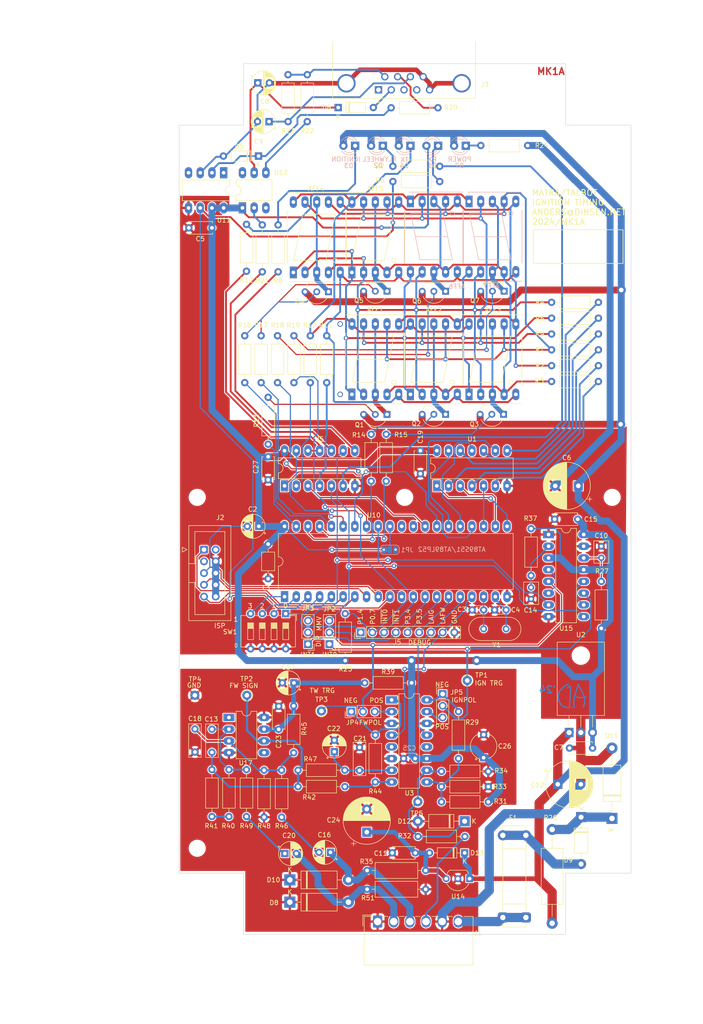
<source format=kicad_pcb>
(kicad_pcb (version 20221018) (generator pcbnew)
  (layers (0 "F.Cu" signal) (31 "B.Cu" signal) (34 "B.Paste" user) (35 "F.Paste" user) (36 "B.SilkS" user "B.Silkscreen") (37 "F.SilkS" user "F.Silkscreen") (38 "B.Mask" user) (39 "F.Mask" user) (44 "Edge.Cuts" user))
  (net 0 "")
  (net 1 "VCC")
  (net 2 "GND")
  (net 3 "/RST")
  (net 4 "Net-(D2-K)")
  (net 5 "+12V")
  (net 6 "Net-(C13-Pad2)")
  (net 7 "/SENSOR+")
  (net 8 "Net-(C16-Pad2)")
  (net 9 "VSSA")
  (net 10 "Net-(C20-Pad1)")
  (net 11 "/SENSOR-")
  (net 12 "Net-(D1-K)")
  (net 13 "Net-(D3-K)")
  (net 14 "Net-(D5-K)")
  (net 15 "Net-(D6-K)")
  (net 16 "Net-(D6-A)")
  (net 17 "/MOSI")
  (net 18 "/SCK")
  (net 19 "/MISO")
  (net 20 "/CIRCUIT 10 (IGNITION)")
  (net 21 "Net-(Q1-C)")
  (net 22 "Net-(Q1-B)")
  (net 23 "Net-(Q2-C)")
  (net 24 "Net-(Q2-B)")
  (net 25 "Net-(Q3-C)")
  (net 26 "Net-(Q3-B)")
  (net 27 "/A")
  (net 28 "+9V")
  (net 29 "/~{CA0}")
  (net 30 "/B")
  (net 31 "/C")
  (net 32 "/D")
  (net 33 "/F")
  (net 34 "/G")
  (net 35 "/DP")
  (net 36 "/E")
  (net 37 "/~{CA3}")
  (net 38 "/~{CA4}")
  (net 39 "/~{CA5}")
  (net 40 "Net-(U10-XTAL2)")
  (net 41 "Net-(U10-XTAL1)")
  (net 42 "Net-(D5-A)")
  (net 43 "unconnected-(C9-Pad1)")
  (net 44 "Net-(U15B-RxCx)")
  (net 45 "Net-(D9-A)")
  (net 47 "Net-(U15A-RxCx)")
  (net 48 "Net-(D4-K)")
  (net 49 "Net-(D7-K)")
  (net 55 "Net-(J3-Pad6)")
  (net 56 "Net-(J3-Pad7)")
  (net 57 "Net-(Q4-C)")
  (net 58 "Net-(Q4-B)")
  (net 59 "Net-(Q5-C)")
  (net 60 "Net-(Q5-B)")
  (net 61 "Net-(Q6-C)")
  (net 62 "Net-(Q6-B)")
  (net 63 "Net-(Q7-C)")
  (net 64 "Net-(Q7-B)")
  (net 65 "/~{CA1}")
  (net 66 "/~{CA2}")
  (net 67 "/~{CA6}")
  (net 68 "Net-(R21-Pad1)")
  (net 69 "Net-(R22-Pad1)")
  (net 70 "/~{IGNTRG}")
  (net 71 "Net-(U3A--)")
  (net 72 "/~{FWTRG}")
  (net 73 "Net-(R40-Pad1)")
  (net 74 "Net-(JP4-A)")
  (net 76 "/~{INT1}")
  (net 77 "/~{INT0}")
  (net 78 "Net-(U10-P3.1{slash}TXD)")
  (net 84 "Net-(U15A-Clk+)")
  (net 85 "Net-(U15B-Clk+)")
  (net 86 "Net-(U17--)")
  (net 87 "Net-(U17-+)")
  (net 88 "Net-(R1-Pad1)")
  (net 89 "Net-(R2-Pad2)")
  (net 90 "Net-(R3-Pad2)")
  (net 91 "Net-(R4-Pad2)")
  (net 92 "Net-(R5-Pad2)")
  (net 93 "Net-(U10-P3.0{slash}RXD)")
  (net 94 "Net-(R7-Pad1)")
  (net 95 "Net-(R8-Pad1)")
  (net 96 "Net-(R9-Pad2)")
  (net 97 "Net-(R10-Pad2)")
  (net 98 "Net-(R11-Pad2)")
  (net 99 "Net-(R12-Pad1)")
  (net 100 "Net-(R21-Pad2)")
  (net 101 "Net-(D12-K)")
  (net 102 "/~{EA}{slash}VPP")
  (net 103 "Net-(U10-P1.0)")
  (net 104 "Net-(U10-P1.1)")
  (net 105 "Net-(U10-P1.2)")
  (net 106 "Net-(U10-P1.3)")
  (net 107 "Net-(D11-A1)")
  (net 108 "Net-(J5-Pin_5)")
  (net 109 "Net-(J5-Pin_6)")
  (net 110 "Net-(J1-Pin_6)")
  (net 111 "Net-(JP3-B)")
  (net 112 "Net-(JP2-B)")
  (net 113 "Net-(JP4-B)")
  (net 114 "Net-(JP5-A)")
  (net 115 "Net-(U3B-+)")
  (net 116 "Net-(U3A-+)")
  (net 117 "Net-(JP5-B)")
  (net 118 "Net-(U10-P2.0{slash}A8)")
  (net 119 "Net-(U10-P2.1{slash}A9)")
  (net 120 "Net-(U10-P2.2{slash}A10)")
  (net 121 "Net-(U10-P2.3{slash}A11)")
  (net 122 "Net-(U10-P2.4{slash}A12)")
  (net 123 "Net-(U10-P2.5{slash}A13)")
  (net 124 "Net-(U10-P2.6{slash}A14)")
  (net 125 "Net-(U10-P2.7{slash}A15)")
  (net 126 "Net-(J5-Pin_1)")
  (net 127 "Net-(J5-Pin_2)")
  (net 128 "/LATCH IGN")
  (net 129 "/LATCH FW")
  (footprint "Resistor_THT:R_Axial_DIN0207_L6.3mm_D2.5mm_P10.16mm_Horizontal" (layer "F.Cu") (at 136.652 84.709)
    (fp_text reference "R4")
    (fp_text value "470")
  )
  (footprint "Capacitor_THT:C_Rect_L7.0mm_W2.5mm_P5.00mm" (layer "F.Cu") (at 59.309 182.118 90)
    (fp_text reference "C18")
    (fp_text value "10N MKT")
  )
  (footprint "Resistor_THT:R_Axial_DIN0207_L6.3mm_D2.5mm_P10.16mm_Horizontal" (layer "F.Cu") (at 106.299 167.132 180)
    (fp_text reference "R39")
    (fp_text value "33")
  )
  (footprint "Resistor_THT:R_Axial_DIN0207_L6.3mm_D2.5mm_P10.16mm_Horizontal" (layer "F.Cu") (at 66.675 196.088 90)
    (fp_text reference "R40")
    (fp_text value "430")
  )
  (footprint "Resistor_THT:R_Axial_DIN0207_L6.3mm_D2.5mm_P10.16mm_Horizontal" (layer "F.Cu") (at 91.821 186.055 180)
    (fp_text reference "R47")
    (fp_text value "680")
  )
  (footprint "Connector_Pin:Pin_D1.0mm_L10.0mm" (layer "F.Cu") (at 86.741 173.228 180)
    (fp_text reference "TP3")
    (fp_text value "TW TRG")
  )
  (footprint "Capacitor_THT:CP_Radial_D10.0mm_P5.00mm" (layer "F.Cu") (at 96.5708 199.471677 90)
    (fp_text reference "C24")
    (fp_text value "470U/25V")
  )
  (footprint "Resistor_THT:R_Axial_DIN0207_L6.3mm_D2.5mm_P10.16mm_Horizontal" (layer "F.Cu") (at 77.216 91.948 -90)
    (fp_text reference "R18")
    (fp_text value "10K")
  )
  (footprint "Resistor_THT:R_Axial_DIN0207_L6.3mm_D2.5mm_P10.16mm_Horizontal" (layer "F.Cu") (at 78.105 186.055 -90)
    (fp_text reference "R46")
    (fp_text value "10K")
  )
  (footprint "Resistor_THT:R_Axial_DIN0207_L6.3mm_D2.5mm_P10.16mm_Horizontal" (layer "F.Cu") (at 80.7212 172.1104 -90)
    (fp_text reference "R45")
    (fp_text value "51K")
  )
  (footprint "Capacitor_THT:C_Rect_L7.0mm_W2.5mm_P5.00mm" (layer "F.Cu") (at 62.992 177.165 -90)
    (fp_text reference "C13")
    (fp_text value "10N MKT")
  )
  (footprint "Capacitor_THT:C_Rect_L4.6mm_W3.0mm_P2.50mm_MKS02_FKP02" (layer "F.Cu") (at 132.207 146.471 -90)
    (fp_text reference "C14")
    (fp_text value "10N")
  )
  (footprint "MountingHole:MountingHole_3.2mm_M3" (layer "F.Cu") (at 59.8 202.955)
    (fp_text reference "REF**" hide)
    (fp_text value "MountingHole_3.2mm_M3" hide)
  )
  (footprint "MountingHole:MountingHole_3.2mm_M3" (layer "F.Cu") (at 149.8 126.955)
    (fp_text reference "REF**" hide)
    (fp_text value "MountingHole_3.2mm_M3" hide)
  )
  (footprint "Package_TO_SOT_THT:TO-92_Inline_Wide" (layer "F.Cu") (at 118.872 209.55 180)
    (fp_text reference "U14")
    (fp_text value "LM78L09")
  )
  (footprint "Connector_PinHeader_2.54mm:PinHeader_1x03_P2.54mm_Vertical" (layer "F.Cu") (at 93.218 173.355 90)
    (fp_text reference "JP4")
    (fp_text value "FWPOL")
  )
  (footprint "Capacitor_THT:C_Rect_L4.6mm_W3.0mm_P2.50mm_MKS02_FKP02" (layer "F.Cu") (at 147.447 140.041 90)
    (fp_text reference "C10")
    (fp_text value "10N")
  )
  (footprint "Resistor_THT:R_Axial_DIN0207_L6.3mm_D2.5mm_P10.16mm_Horizontal" (layer "F.Cu") (at 75.184 115.443 90)
    (fp_text reference "R13")
    (fp_text value "10K")
  )
  (footprint "Package_DIP:DIP-6_W7.62mm_LongPads" (layer "F.Cu") (at 69.611 64.252 90)
    (fp_text reference "U12")
    (fp_text value "4N37")
  )
  (footprint "Resistor_THT:R_Axial_DIN0207_L6.3mm_D2.5mm_P10.16mm_Horizontal" (layer "F.Cu") (at 147.447 145.161 -90)
    (fp_text reference "R27")
    (fp_text value "220K")
  )
  (footprint "Resistor_THT:R_Axial_DIN0207_L6.3mm_D2.5mm_P10.16mm_Horizontal" (layer "F.Cu") (at 83.6676 45.5676 90)
    (fp_text reference "R22")
    (fp_text value "100")
  )
  (footprint "Diode_THT:D_DO-35_SOD27_P7.62mm_Horizontal" (layer "F.Cu") (at 90.3732 42.5196)
    (fp_text reference "D6")
    (fp_text value "1N4148")
  )
  (footprint "Capacitor_THT:C_Disc_D4.7mm_W2.5mm_P5.00mm" (layer "F.Cu") (at 77.47 177.1904 90)
    (fp_text reference "C23")
    (fp_text value "100N")
  )
  (footprint "Capacitor_THT:C_Disc_D4.7mm_W2.5mm_P5.00mm" (layer "F.Cu") (at 108.204 116.84 -90)
    (fp_text reference "C19")
    (fp_text value "100N")
  )
  (footprint "MountingHole:MountingHole_3.2mm_M3" (layer "F.Cu") (at 149.8 202.955)
    (fp_text reference "REF**" hide)
    (fp_text value "MountingHole_3.2mm_M3" hide)
  )
  (footprint "Connector_Pin:Pin_D1.0mm_L10.0mm" (layer "F.Cu") (at 118.364 166.624 180)
    (fp_text reference "TP1")
    (fp_text value "IGN TRG")
  )
  (footprint "Capacitor_THT:C_Disc_D3.0mm_W1.6mm_P2.50mm" (layer "F.Cu") (at 119.42 151.3332)
    (fp_text reference "C3")
    (fp_text value "33P")
  )
  (footprint "Capacitor_THT:C_Axial_L3.8mm_D2.6mm_P7.50mm_Horizontal" (layer "F.Cu") (at 75.184 137.077 -90)
    (fp_text reference "C1")
    (fp_text value "100N")
  )
  (footprint "Display_7Segment:7SegmentLED_LTS6760_LTS6780" (layer "F.Cu") (at 118.745 104.648 90)
    (fp_text reference "AFF3")
    (fp_text value "LTS-6960HR")
  )
  (footprint "Package_TO_SOT_THT:TO-92_Inline_Wide" (layer "F.Cu") (at 113.665 82.317 180)
    (fp_text reference "Q6")
    (fp_text value "BC557")
  )
  (footprint "Resistor_THT:R_Axial_DIN0207_L6.3mm_D2.5mm_P10.16mm_Horizontal" (layer "F.Cu") (at 101.854 42.5704)
    (fp_text reference "R20")
    (fp_text value "1K")
  )
  (footprint "Resistor_THT:R_Axial_DIN0207_L6.3mm_D2.5mm_P10.16mm_Horizontal" (layer "F.Cu") (at 70.485 185.928 -90)
    (fp_text reference "R49")
    (fp_text value "10K")
  )
  (footprint "Package_DIP:DIP-16_W7.62mm_LongPads" (layer "F.Cu") (at 136.002 135)
    (fp_text reference "U15")
    (fp_text value "74HCT4538")
  )
  (footprint "Diode_THT:D_DO-41_SOD81_P10.16mm_Horizontal" (layer "F.Cu") (at 117.8052 197.104 180)
    (fp_text reference "D12")
    (fp_text value "4V7/1.3W")
  )
  (footprint "Connector_Pin:Pin_D1.0mm_L10.0mm" (layer "F.Cu") (at 59.2836 169.8244)
    (fp_text reference "TP4")
    (fp_text value "GND")
  )
  (footprint "Connector_Pin:Pin_D1.0mm_L10.0mm" (layer "F.Cu") (at 70.5612 169.8244 180)
    (fp_text reference "TP2")
    (fp_text value "FW SIGN")
  )
  (footprint "Capacitor_THT:C_Disc_D4.7mm_W2.5mm_P5.00mm" (layer "F.Cu") (at 102.0972 203.962)
    (fp_text reference "C11")
    (fp_text value "100N")
  )
  (footprint "Package_DIP:DIP-8_W7.62mm_LongPads" (layer "F.Cu") (at 65.532 56.652 -90)
    (fp_text reference "U11")
    (fp_text value "6N137")
  )
  (footprint "Resistor_THT:R_Axial_DIN0207_L6.3mm_D2.5mm_P10.16mm_Horizontal" (layer "F.Cu") (at 112.776 186.309)
    (fp_text reference "R34")
    (fp_text value "1K5")
  )
  (footprint "Resistor_THT:R_Axial_DIN0207_L6.3mm_D2.5mm_P10.16mm_Horizontal" (layer "F.Cu") (at 91.821 189.611 180)
    (fp_text reference "R42")
    (fp_text value "100")
  )
  (footprint "Connector_Dsub:DSUB-9_Female_Horizontal_P2.77x2.84mm_EdgePinOffset7.70mm_Housed_MountingHolesOffset9.12mm" (layer "F.Cu") (at 99.108 38.688 180)
    (fp_text reference "J3")
    (fp_text value "DB9_Female_MountingHoles")
  )
  (footprint "Package_DIP:DIP-8_W7.62mm_LongPads" (layer "F.Cu") (at 66.675 174.625)
    (fp_text reference "U17")
    (fp_text value "TLC271")
  )
  (footprint "Resistor_THT:R_Axial_DIN0207_L6.3mm_D2.5mm_P10.16mm_Horizontal" (layer "F.Cu") (at 62.992 185.928 -90)
    (fp_text reference "R41")
    (fp_text value "24K")
  )
  (footprint "Resistor_THT:R_Axial_DIN0207_L6.3mm_D2.5mm_P10.16mm_Horizontal" (layer "F.Cu") (at 136.652 98.425)
    (fp_text reference "R2")
    (fp_text value "470")
  )
  (footprint "Display_7Segment:7SegmentLED_LTS6760_LTS6780" (layer "F.Cu") (at 93.345 78.232 90)
    (fp_text reference "AFF5")
    (fp_text value "LTS-6960HR")
  )
  (footprint "Resistor_THT:R_Axial_DIN0207_L6.3mm_D2.5mm_P10.16mm_Horizontal" (layer "F.Cu") (at 132.207 143.891 90)
    (fp_text reference "R37")
    (fp_text value "220K")
  )
  (footprint "Connector_Pin:Pin_D1.0mm_L10.0mm" (layer "F.Cu") (at 107.6452 192.8876)
    (fp_text reference "TP5")
    (fp_text value "IGN IN")
  )
  (footprint "Capacitor_THT:CP_Radial_D5.0mm_P2.50mm" (layer "F.Cu") (at 73.152 133.223 180)
    (fp_text reference "C2")
    (fp_text value "1U/63V")
  )
  (footprint "Resistor_THT:R_Axial_DIN0207_L6.3mm_D2.5mm_P10.16mm_Horizontal" (layer "F.Cu") (at 122.936 189.611 180)
    (fp_text reference "R33")
    (fp_text value "1K")
  )
  (footprint "Resistor_THT:R_Axial_DIN0207_L6.3mm_D2.5mm_P10.16mm_Horizontal" (layer "F.Cu") (at 107.696 200.406)
    (fp_text reference "R32")
    (fp_text value "1K")
  )
  (footprint "Resistor_THT:R_Axial_DIN0207_L6.3mm_D2.5mm_P10.16mm_Horizontal" (layer "F.Cu") (at 70.104 102.108 90)
    (fp_text reference "R16")
    (fp_text value "10K")
  )
  (footprint "Resistor_THT:R_Axial_DIN0207_L6.3mm_D2.5mm_P10.16mm_Horizontal" (layer "F.Cu") (at 70.485 77.978 90)
    (fp_text reference "R12")
    (fp_text value "470")
  )
  (footprint "Diode_THT:D_DO-41_SOD81_P10.16mm_Horizontal" (layer "F.Cu") (at 143.0528 196.215 -90)
    (fp_text reference "D9")
    (fp_text value "1N4007")
  )
  (footprint "Resistor_THT:R_Axial_DIN0207_L6.3mm_D2.5mm_P10.16mm_Horizontal" (layer "F.Cu") (at 131.4704 50.7492 180)
    (fp_text reference "R24")
    (fp_text value "470")
  )
  (footprint "Capacitor_THT:CP_Radial_D5.0mm_P2.50mm" (layer "F.Cu") (at 75.373113 45.5676 180)
    (fp_text reference "C9")
    (fp_text value "4U7/63V")
  )
  (footprint "Capacitor_THT:CP_Radial_D5.0mm_P2.50mm" (layer "F.Cu") (at 78.804888 204.089)
    (fp_text reference "C20")
    (fp_text value "22U/25V")
  )
  (footprint "Capacitor_THT:CP_Radial_D5.0mm_P2.50mm" (layer "F.Cu") (at 72.938 37.1856)
    (fp_text reference "C8")
    (fp_text value "4U7/63V")
  )
  (footprint "Display_7Segment:7SegmentLED_LTS6760_LTS6780" (layer "F.Cu") (at 93.345 104.648 90)
    (fp_text reference "AFF1")
    (fp_text value "LTS-6960HR")
  )
  (footprint "Resistor_THT:R_Axial_DIN0207_L6.3mm_D2.5mm_P10.16mm_Horizontal" (layer "F.Cu") (at 112.776 192.913)
    (fp_text reference "R31")
    (fp_text value "1K")
  )
  (footprint "Capacitor_THT:C_Disc_D4.7mm_W2.5mm_P5.00mm" (layer "F.Cu") (at 145.542 181.2544 180)
    (fp_text reference "C7")
    (fp_text value "100N")
  )
  (footprint "Capacitor_THT:C_Disc_D3.0mm_W1.6mm_P2.50mm" (layer "F.Cu") (at 124.2968 151.3332)
    (fp_text reference "C4")
    (fp_text value "33P" hide)
  )
  (footprint "MountingHole:MountingHole_3.2mm_M3" (layer "F.Cu") (at 59.8 126.955)
    (fp_text reference "REF**" hide)
    (fp_text value "MountingHole_3.2mm_M3" hide)
  )
  (footprint "Capacitor_THT:CP_Radial_D5.0mm_P2.50mm" (layer "F.Cu") (at 89.535 182.053113 90)
    (fp_text reference "C22")
    (fp_text value "47U/25V")
  )
  (footprint "Resistor_THT:R_Axial_DIN0207_L6.3mm_D2.5mm_P10.16mm_Horizontal" (layer "F.Cu") (at 73.914 78.105 90)
    (fp_text reference "R21")
    (fp_text value "270")
  )
  (footprint "Resistor_THT:R_Axial_DIN0207_L6.3mm_D2.5mm_P10.16mm_Horizontal" (layer "F.Cu") (at 74.295 186.055 -90)
    (fp_text reference "R48")
    (fp_text value "47K")
  )
  (footprint "Package_TO_SOT_THT:TO-92_Inline_Wide" (layer "F.Cu") (at 88.265 82.423 180)
    (fp_text reference "Q4")
    (fp_text value "BC557")
  )
  (footprint "Package_DIP:DIP-14_W7.62mm_LongPads" (layer "F.Cu") (at 78.74 124.46 90)
    (fp_text reference "U5")
    (fp_text value "7416")
  )
  (footprint "Connector_PinHeader_2.54mm:PinHeader_1x09_P2.54mm_Vertical" (layer "F.Cu") (at 95.25 156.21 90)
    (fp_text reference "J5")
    (fp_text value "DEBUG")
  )
  (footprint "MountingHole:MountingHole_3.2mm_M3" (layer "F.Cu") (at 59.8 50.9524)
    (fp_text reference "REF**" hide)
    (fp_text value "MountingHole_3.2mm_M3")
  )
  (footprint "Button_Switch_THT:SW_DIP_SPSTx04_Slide_6.7x11.72mm_W7.62mm_P2.54mm_LowProfile" (layer "F.Cu") (at 78.994 152.146 -90)
    (fp_text reference "SW1")
    (fp_text value "SW_DIP_x04" hide)
  )
  (footprint "Package_DIP:DIP-14_W7.62mm_LongPads" (layer "F.Cu") (at 111.76 124.46 90)
    (fp_text reference "U1")
    (fp_text value "7416")
  )
  (footprint "Package_DIP:DIP-40_W15.24mm_LongPads" (layer "F.Cu") (at 78.74 148.463 90)
    (fp_text reference "U10")
    (fp_text value "AT89S51-24PI")
  )
  (footprint "Resistor_THT:R_Axial_DIN0309_L9.0mm_D3.2mm_P12.70mm_Horizontal" (layer "F.Cu") (at 96.647 211.836)
    (fp_text reference "R51")
    (fp_text value "100/1W")
  )
  (footprint "Capacitor_THT:CP_Radial_D5.0mm_P2.50mm" (layer "F.Cu") (at 88.708113 203.835 180)
    (fp_text reference "C16")
    (fp_text value "22U/25V")
  )
  (footprint "Capacitor_THT:CP_Radial_D10.0mm_P5.00mm" (layer "F.Cu") (at 142.448677 124.46 180)
    (fp_text reference "C6")
    (fp_text value "470U/25V")
  )
  (footprint "Package_TO_SOT_THT:TO-92_Inline_Wide" (layer "F.Cu") (at 100.965 82.296 180)
    (fp_text reference "Q5")
    (fp_text value "BC557")
  )
  (footprint "Package_TO_SOT_THT:TO-92_Inline_Wide" (layer "F.Cu") (at 126.365 82.296 180)
    (fp_text reference "Q7")
    (fp_text value "BC557")
  )
  (footprint "Connector_PinHeader_2.54mm:PinHeader_1x03_P2.54mm_Vertical" (layer "F.Cu") (at 83.82 158.75 180)
    (fp_text reference "JP3")
    (fp_text value "INT1")
  )
  (footprint "Crystal:Crystal_HC49-U_Vertical" (layer "F.Cu") (at 126.8 155.448 180)
    (fp_text reference "Y1")
    (fp_text value "11.059200 MHz")
  )
  (footprint "Resistor_THT:R_Axial_DIN0207_L6.3mm_D2.5mm_P10.16mm_Horizontal" (layer "F.Cu") (at 84.328 91.948 -90)
    (fp_text reference "R10")
    (fp_text value "470")
  )
  (footprint "Resistor_THT:R_Axial_DIN0309_L9.0mm_D3.2mm_P12.70mm_Horizontal" (layer "F.Cu") (at 109.347 207.772 180)
    (fp_text reference "R35")
    (fp_text value "100/1W")
  )
  (footprint "Resistor_THT:R_Axial_DIN0207_L6.3mm_D2.5mm_P10.16mm_Horizontal" (layer "F.Cu") (at 136.652 101.854)
    (fp_text reference "R3")
    (fp_text value "470")
  )
  (footprint "Capacitor_THT:CP_Radial_D5.0mm_P2.50mm" (layer "F.Cu") (at 80.772 167.132 180)
    (fp_text reference "C17")
    (fp_text value "33U" hide)
  )
  (footprint "Capacitor_THT:C_Disc_D5.0mm_W2.5mm_P5.00mm" (layer "F.Cu") (at 62.992 68.58 180)
    (fp_text reference "C5")
    (fp_text value "100N")
  )
  (footprint "Capacitor_THT:CP_Radial_Tantal_D5.5mm_P5.00mm" (layer "F.Cu") (at 121.92 183.348 90)
    (fp_text reference "C26")
    (fp_text value "10uF/16V TANTAL")
  )
  (footprint "Resistor_THT:R_Axial_DIN0207_L6.3mm_D2.5mm_P10.16mm_Horizontal" (layer "F.Cu") (at 80.772 102.108 90)
    (fp_text reference "R19")
    (fp_text value "10K")
  )
  (footprint "Package_TO_SOT_THT:TO-92_Inline_Wide" (layer "F.Cu") (at 113.665 108.966 180)
    (fp_text reference "Q2")
    (fp_text value "BC557")
  )
  (footprint "Resistor_THT:R_Axial_DIN0207_L6.3mm_D2.5mm_P10.16mm_Horizontal" (layer "F.Cu") (at 146.812 94.996 180)
    (fp_text reference "R1")
    (fp_text value "470")
  )
  (footprint "Diode_THT:D_DO-35_SOD27_P7.62mm_Horizontal" (layer "F.Cu") (at 117.8052 203.962 180)
    (fp_text reference "D13")
    (fp_text value "1N4148")
  )
  (footprint "Package_TO_SOT_THT:TO-92_Inline_Wide" (layer "F.Cu") (at 100.965 108.987 180)
    (fp_text reference "Q1")
    (fp_text value "BC557")
  )
  (footprint "Resistor_THT:R_Axial_DIN0207_L6.3mm_D2.5mm_P10.16mm_Horizontal" (layer "F.Cu") (at 87.884 91.948 -90)
    (fp_text reference "R11")
    (fp_text value "470")
  )
  (footprint "Package_DIP:DIP-16_W7.62mm_LongPads" (layer "F.Cu") (at 101.966 170.83)
    (fp_text reference "U3")
    (fp_text value "MAX912CPE")
  )
  (footprint "Resistor_THT:R_Axial_DIN0207_L6.3mm_D2.5mm_P10.16mm_Horizontal" (layer "F.Cu") (at 97.536 123.444 90)
    (fp_text reference "R14")
    (fp_text value "10K")
  )
  (footprint "Capacitor_THT:C_Rect_L7.0mm_W2.5mm_P5.00mm" (layer "F.Cu") (at 94.996 186.102 90)
    (fp_text reference "C21")
    (fp_text value "10N POLY")
  )
  (footprint "Diode_THT:D_DO-15_P12.70mm_Horizontal" (layer "F.Cu") (at 79.883 214.63)
    (fp_text reference "D8")
    (fp_text value "TRANSIENTDIODE 13V")
  )
  (footprint "Resistor_THT:R_Axial_DIN0207_L6.3mm_D2.5mm_P10.16mm_Horizontal" (layer "F.Cu") (at 79.502 45.5676 90)
    (fp_text reference "R23")
    (fp_text value "1K5")
  )
  (footprint "MountingHole:MountingHole_3.2mm_M3" (layer "F.Cu") (at 149.8 50.9524)
    (fp_text reference "REF**" hide)
    (fp_text value "MountingHole_3.2mm_M3")
  )
  (footprint "Package_TO_SOT_THT:TO-220-3_Horizontal_TabDown" (layer "F.Cu") (at 140.462 177.886)
    (fp_text reference "U2")
    (fp_text value "LM7805_TO220")
  )
  (footprint "Display_7Segment:7SegmentLED_LTS6760_LTS6780" (layer "F.Cu") (at 80.645 78.232 90)
    (fp_text reference "AFF4")
    (fp_text value "LTS-6960HR")
  )
  (footprint "Resistor_THT:R_Axial_DIN0207_L6.3mm_D2.5mm_P10.16mm_Horizontal" (layer "F.Cu") (at 136.652 91.567)
    (fp_text reference "R9")
    (fp_text value "470")
  )
  (footprint "Resistor_THT:R_Axial_DIN0414_L11.9mm_D4.5mm_P20.32mm_Horizontal" (layer "F.Cu") (at 136.779 219.202 90)
    (fp_text reference "R26")
    (fp_text value "1R 1W")
  )
  (footprint "Resistor_THT:R_Axial_DIN0207_L6.3mm_D2.5mm_P10.16mm_Horizontal" (layer "F.Cu") (at 100.7872 123.444 90)
    (fp_text reference "R15")
    (fp_text value "10K")
  )
  (footprint "Diode_THT:D_DO-15_P12.70mm_Horizontal" (layer "F.Cu") (at 79.883 209.804)
    (fp_text reference "D10")
    (fp_text value "TRANSIENTDIODE 13V")
  )
  (footprint "Display_7Segment:7SegmentLED_LTS6760_LTS6780" (layer "F.Cu") (at 106.045 104.648 90)
    (fp_text reference "AFF2")
    (fp_text value "LTS-6960HR")
  )
  (footprint "Resistor_THT:R_Axial_DIN0207_L6.3mm_D2.5mm_P10.16mm_Horizontal" (layer "F.Cu") (at 102.235 58.547)
    (fp_text reference "R6")
    (fp_text value "270")
  )
  (footprint "Connector_PinHeader_2.54mm:PinHeader_1x03_P2.54mm_Vertical" (layer "F.Cu") (at 113.03 169.545)
    (fp_text reference "JP5")
    (fp_text value "IGNPOL")
  )
  (footprint "Diode_THT:D_DO-35_SOD27_P7.62mm_Horizontal" (layer "F.Cu") (at 73.1012 53.0352 180)
    (fp_text reference "D5")
    (fp_text value "1N4148")
  )
  (footprint "Resistor_THT:R_Axial_DIN0207_L6.3mm_D2.5mm_P10.16mm_Horizontal" (layer "F.Cu") (at 98.425 178.435 -90)
    (fp_text reference "R44")
    (fp_text value "33K")
  )
  (footprint "Resistor_THT:R_Axial_DIN0207_L6.3mm_D2.5mm_P10.16mm_Horizontal" (layer "F.Cu") (at 112.395 55.245 180)
    (fp_text reference "R7")
    (fp_text value "470")
  )
  (footprint "Resistor_THT:R_Axial_DIN0207_L6.3mm_D2.5mm_P10.16mm_Horizontal" (layer "F.Cu") (at 136.652 88.138)
    (fp_text reference "R5")
    (fp_text value "470")
  )
  (footprint "Capacitor_THT:C_Disc_D4.7mm_W2.5mm_P5.00mm" (layer "F.Cu") (at 75.184 118.15 -90)
    (fp_text reference "C27")
    (fp_text value "100N")
  )
  (footprint "Fuse:Fuseholder_Clip-5x20mm_Bel_FC-203-22_Lateral_P17.80x5.00mm_D1.17mm_Horizontal" (layer "F.Cu") (at 126.0856 217.952 90)
    (fp_text reference "F1")
    (fp_text value "Fuse")
  )
  (footprint "Resistor_THT:R_Axial_DIN0207_L6.3mm_D2.5mm_P10.16mm_Horizontal" (layer "F.Cu") (at 77.343 78.105 90)
    (fp_text reference "R8")
    (fp_text value "470")
  )
  (footprint "Diode_THT:D_DO-15_P15.24mm_Horizontal" (layer "F.Cu") (at 149.7584 196.4944 90)
    (fp_text reference "D11")
    (fp_text value "TRANSIENTDIODE 15V/600W")
  )
  (footprint "Capacitor_THT:C_Disc_D4.7mm_W2.5mm_P5.00mm" (layer "F.Cu") (at 142.327 131.683 180)
    (fp_text reference "C15")
    (fp_text value "100N")
  )
  (footprint "Connector_IDC:IDC-Header_2x05_P2.54mm_Vertical" (layer "F.Cu") (at 61.2648 138.2776)
    (fp_text reference "J2")
    (fp_text value "ISP")
  )
  (footprint "MountingHole:MountingHole_3.2mm_M3" (layer "F.Cu") (at 104.8 126.955)
    (fp_text reference "REF**" hide)
    (fp_text value "MountingHole_3.2mm_M3" hide)
  )
  (footprint "Package_TO_SOT_THT:TO-92_Inline_Wide" (layer "F.Cu") (at 126.238 108.966 180)
    (fp_text reference "Q3")
    (fp_text value "BC557")
  )
  (footprint "Capacitor_THT:CP_Radial_D10.0mm_P5.00mm" (layer "F.Cu") (at 138.002 189.103)
    (fp_text reference "C12")
    (fp_text value "470U/25V")
  )
  (footprint "Resistor_THT:R_Axial_DIN0207_L6.3mm_D2.5mm_P10.16mm_Horizontal" (layer "F.Cu") (at 91.8972 162.306 90)
    (fp_text reference "R25")
    (fp_text value "100K")
  )
  (footprint "Connector_PinHeader_2.54mm:PinHeader_1x03_P2.54mm_Vertical" (layer "F.Cu") (at 88.47 158.75 180)
    (fp_text reference "JP2")
    (fp_text value "INT0")
  )
  (footprint "Resistor_THT:R_Axial_DIN0207_L6.3mm_D2.5mm_P10.16mm_Horizontal" (layer "F.Cu") (at 73.66 91.948 -90)
    (fp_text reference "R17")
    (fp_text value "10K")
  )
  (footprint "Resistor_THT:R_Axial_DIN0207_L6.3mm_D2.5mm_P10.16mm_Horizontal" (layer "F.Cu") (at 116.459 173.355 -90)
    (fp_text reference "R29")
    (fp_text value "10K")
  )
  (footprint "Connector_Wago:Wago_734-166_1x06_P3.50mm_Horizontal" (layer "F.Cu") (at 98.923 218.833)
    (fp_text reference "J1")
    (fp_text value "Conn_01x06")
  )
  (footprint "LED_THT:LED_D3.0mm" (layer "B.Cu") (at 106.05 50.8 180)
    (fp_text reference "D4")
    (fp_text value "TX")
  )
  (footprint "Capacitor_THT:C_Disc_D3.0mm_W2.0mm_P2.50mm" (layer "B.Cu") (at 107.061 183.515 180)
    (fp_text reference "C25")
    (fp_text value "100N")
  )
  (footprint "Jumper:SolderJumper-3_P1.3mm_Bridged12_RoundedPad1.0x1.5mm_NumberLabels" (layer "B.Cu") (at 101.57 138.303)
    (fp_text reference "JP1")
    (fp_text value "AT89S51/AT89LP52")
  )
  (footprint "LED_THT:LED_D3.0mm" (layer "B.Cu") (at 118.05 50.8 180)
    (fp_text reference "D7")
    (fp_text value "POWER")
  )
  (footprint "Display_7Segment:7SegmentLED_LTS6760_LTS6780" (layer "B.Cu") (at 106.045 62.865 -90)
    (fp_text reference "AFF6")
    (fp_text value "LTS-6960HR")
  )
  (footprint "Display_7Segment:7SegmentLED_LTS6760_LTS6780" (layer "B.Cu") (at 118.745 62.865 -90)
    (fp_text reference "AFF7")
    (fp_text value "LTS-6960HR")
  )
  (footprint "LED_THT:LED_D3.0mm" (layer "B.Cu") (at 94.05 50.8 180)
    (fp_text reference "D3")
    (fp_text value "IGNITION")
  )
  (footprint "LED_THT:LED_D3.0mm" (layer "B.Cu") (at 112.05 50.8 180)
    (fp_text reference "D1")
    (fp_text value "RX")
  )
  (footprint "LED_THT:LED_D3.0mm" (layer "B.Cu") (at 100.05 50.8 180)
    (fp_text reference "D2")
    (fp_text value "FLYWHEEL")
  )
  (gr_rect (start 132.6896 68.9864) (end 152.146 76.3016) (stroke (width 0.15)) (fill none) (layer "F.SilkS"))
  (gr_poly locked (pts (xy 55.88 46.355) (xy 69.85 46.355) (xy 69.85 33.02) (xy 139.7 33.02) (xy 139.7 46.355) (xy 153.88 46.355) (xy 153.88 208.355) (xy 139.7 208.355) (xy 139.7 221.615) (xy 69.85 221.615) (xy 69.85 208.355) (xy 55.88 208.355)) (stroke (width 0.1)) (fill none) (layer "Edge.Cuts"))
  (gr_text "MK1A" (at 133.35 35.56) (layer "F.Cu") (effects (font (size 1.5 1.5) (thickness 0.3) bold) (justify left bottom)))
  (gr_text "'24" (at 137.7696 169.4688) (layer "B.Cu") (effects (font (size 1.5 1.5) (thickness 0.3) bold) (justify left bottom mirror)))
  (gr_text "MATRA/TALBOT \nIGNITION TIMING\nANDERS@DINSEN.NET\n2024/MK1A" (at 132.2832 68.0212) (layer "F.SilkS") (effects (font (size 1.3 1.3) (thickness 0.2) bold) (justify left bottom)))
  (gr_text "P3.4" (at 106.0704 154.5844 90) (layer "F.SilkS") (effects (font (size 1 1)) (justify left bottom)))
  (gr_text "LAIG" (at 111.1504 154.5336 90) (layer "F.SilkS") (effects (font (size 1 1)) (justify left bottom)))
  (gr_text "P0.7" (at 98.4504 154.5844 90) (layer "F.SilkS") (effects (font (size 1 1)) (justify left bottom)))
  (gr_text "P3.5" (at 108.5596 154.5336 90) (layer "F.SilkS") (effects (font (size 1 1)) (justify left bottom)))
  (gr_text "~{INT1}" (at 103.632 154.5336 90) (layer "F.SilkS") (effects (font (size 1 1)) (justify left bottom)))
  (gr_text "LAFW" (at 113.6396 154.5336 90) (layer "F.SilkS") (effects (font (size 1 1)) (justify left bottom)))
  (gr_text "~{INT0}" (at 101.092 154.4828 90) (layer "F.SilkS") (effects (font (size 1 1)) (justify left bottom)))
  (gr_text "P1.4" (at 95.758 154.6352 90) (layer "F.SilkS") (effects (font (size 1 1)) (justify left bottom)))
  (gr_text "GND" (at 116.1796 154.4828 90) (layer "F.SilkS") (effects (font (size 1 1)) (justify left bottom)))
  (via (at 90.805 89.408) (size 1.2) (drill 0.8) (layers "F.Cu" "B.Cu") (net 0))
  (via (at 90.805 104.648) (size 1.2) (drill 0.8) (layers "F.Cu" "B.Cu") (net 0))
  (segment (start 143.8402 170.23581) (end 142.4432 167.4368) (width 0.25) (layer "B.Cu") (net 0))
  (segment (start 138.2522 171.04868) (end 138.0998 169.98188) (width 0.25) (layer "B.Cu") (net 0))
  (segment (start 139.5222 167.79748) (end 140.2842 167.44188) (width 0.25) (layer "B.Cu") (net 0))
  (segment (start 143.5862 172.3644) (end 143.7894 171.50588) (width 0.25) (layer "B.Cu") (net 0))
  (segment locked (start 140.081 168.2496) (end 140.589 167.7924) (width 0.25) (layer "B.Cu") (net 0))
  (segment (start 142.4432 167.4368) (end 141.6304 170.1292) (width 0.25) (layer "B.Cu") (net 0))
  (segment (start 141.097 172.47108) (end 141.097 172.42028) (width 0.25) (layer "B.Cu") (net 0))
  (segment (start 143.7894 171.50588) (end 143.8402 170.23581) (width 0.25) (layer "B.Cu") (net 0))
  (segment (start 140.7922 168.2496) (end 140.5382 172.5168) (width 0.25) (layer "B.Cu") (net 0))
  (segment (start 138.0998 169.98188) (end 138.3538 169.01668) (width 0.25) (layer "B.Cu") (net 0))
  (segment (start 140.5382 172.5168) (end 139.319 172.31868) (width 0.25) (layer "B.Cu") (net 0))
  (segment (start 141.6304 170.1292) (end 141.4526 171.15028) (width 0.25) (layer "B.Cu") (net 0))
  (segment (start 141.4526 171.15028) (end 141.5542 172.52188) (width 0.25) (layer "B.Cu") (net 0))
  (segment (start 138.811 168.40708) (end 139.5222 167.79748) (width 0.25) (layer "B.Cu") (net 0))
  (segment (start 142.2908 170.26128) (end 142.113 170.13428) (width 0.25) (layer "B.Cu") (net 0))
  (segment (start 138.3538 169.01668) (end 138.811 168.40708) (width 0.25) (layer "B.Cu") (net 0))
  (segment (start 142.9766 170.33748) (end 142.2908 170.26128) (width 0.25) (layer "B.Cu") (net 0))
  (segment (start 139.319 172.31868) (end 138.7602 171.96308) (width 0.25) (layer "B.Cu") (net 0))
  (segment (start 138.7602 171.96308) (end 138.2522 171.04868) (width 0.25) (layer "B.Cu") (net 0))
  (segment (start 144.145 170.2308) (end 142.9766 170.33748) (width 0.25) (layer "B.Cu") (net 0))
  (segment locked (start 140.589 167.7924) (end 140.7922 168.2496) (width 0.25) (layer "B.Cu") (net 0))
  (segment (start 84.860654 66.294) (end 70.9676 66.294) (width 0.4) (layer "F.Cu") (net 1))
  (segment (start 99.528 116.88) (end 96.774 119.634) (width 1.5) (layer "F.Cu") (net 1))
  (segment (start 87.095854 68.5292) (end 84.860654 66.294) (width 0.4) (layer "F.Cu") (net 1))
  (segment (start 104.688 116.84) (end 104.648 116.88) (width 1.5) (layer "F.Cu") (net 1))
  (segment (start 99.7712 68.5292) (end 87.095854 68.5292) (width 0.4) (layer "F.Cu") (net 1))
  (segment (start 120.396 162.306) (end 106.2736 162.306) (width 1.5) (layer "F.Cu") (net 1))
  (segment (start 75.097 118.237) (end 75.184 118.15) (width 1.5) (layer "F.Cu") (net 1))
  (segment (start 89.027 138.303) (end 100.27 138.303) (width 0.25) (layer "F.Cu") (net 1))
  (segment (start 70.9676 66.294) (end 69.611 64.9374) (width 0.4) (layer "F.Cu") (net 1))
  (segment (start 106.2736 162.306) (end 91.8972 162.306) (width 1.5) (layer "F.Cu") (net 1))
  (segment (start 69.591 64.272) (end 69.611 64.252) (width 1.5) (layer "F.Cu") (net 1))
  (segment (start 75.184 118.15) (end 77.43 118.15) (width 1.5) (layer "F.Cu") (net 1))
  (segment (start 81.199126 119.634) (end 78.74 117.174874) (width 1.5) (layer "F.Cu") (net 1))
  (segment (start 111.76 116.84) (end 104.688 116.84) (width 1.5) (layer "F.Cu") (net 1))
  (segment (start 69.611 64.9374) (end 69.611 64.252) (width 0.4) (layer "F.Cu") (net 1))
  (segment (start 77.43 118.15) (end 78.74 116.84) (width 1.5) (layer "F.Cu") (net 1))
  (segment (start 78.74 117.174874) (end 78.74 116.84) (width 1.5) (layer "F.Cu") (net 1))
  (segment (start 104.648 116.88) (end 99.528 116.88) (width 1.5) (layer "F.Cu") (net 1))
  (segment (start 96.774 119.634) (end 81.199126 119.634) (width 1.5) (layer "F.Cu") (net 1))
  (via (at 120.396 162.306) (size 2) (drill 1) (layers "F.Cu" "B.Cu") (net 1))
  (via (at 100.27 138.303) (size 1) (drill 0.5) (layers "F.Cu" "B.Cu") (net 1))
  (via (at 89.027 138.303) (size 1) (drill 0.5) (layers "F.Cu" "B.Cu") (net 1))
  (via (at 99.7712 68.5292) (size 1) (drill 0.5) (layers "F.Cu" "B.Cu") (net 1))
  (via (at 106.2736 162.306) (size 2) (drill 1) (layers "F.Cu" "B.Cu") (net 1))
  (segment (start 112.776 183.475) (end 109.641 183.475) (width 1.5) (layer "B.Cu") (net 1))
  (segment (start 132.207 133.731) (end 137.383 133.731) (width 0.25) (layer "B.Cu") (net 1))
  (segment (start 145.542 181.2144) (end 145.542 177.886) (width 1) (layer "B.Cu") (net 1))
  (segment (start 91.8972 162.306) (end 70.612 162.306) (width 1.5) (layer "B.Cu") (net 1))
  (segment (start 125.349 186.247126) (end 125.349 190.5) (width 1.5) (layer "B.Cu") (net 1))
  (segment (start 147.447 163.957) (end 147.447 155.321) (width 1.5) (layer "B.Cu") (net 1))
  (segment (start 62.992 64.272) (end 62.992 68.58) (width 1.5) (layer "B.Cu") (net 1))
  (segment (start 62.992 108.077) (end 62.992 68.58) (width 1.5) (layer "B.Cu") (net 1))
  (segment (start 149.352 136.640273) (end 149.352 142.619) (width 1.5) (layer "B.Cu") (net 1))
  (segment (start 109.855 51.145) (end 109.51 50.8) (width 0.4) (layer "B.Cu") (net 1))
  (segment (start 145.542 177.886) (end 145.542 165.862) (width 1.5) (layer "B.Cu") (net 1))
  (segment (start 145.542 165.862) (end 147.447 163.957) (width 1.5) (layer "B.Cu") (net 1))
  (segment (start 106.299 167.132) (end 106.299 162.3314) (width 1.5) (layer "B.Cu") (net 1))
  (segment (start 78.74 133.521) (end 75.184 137.077) (width 1.5) (layer "B.Cu") (net 1))
  (segment (start 137.383 133.731) (end 138.556 134.904) (width 0.25) (layer "B.Cu") (net 1))
  (segment (start 109.641 183.475) (end 109.586 183.53) (width 1.5) (layer "B.Cu") (net 1))
  (segment (start 107.076 183.53) (end 106.299 182.753) (width 1.5) (layer "B.Cu") (net 1))
  (segment (start 149.352 142.621) (end 149.351 142.62) (width 1.5) (layer "B.Cu") (net 1))
  (segment (start 149.352 153.416) (end 149.352 142.621) (width 1.5) (layer "B.Cu") (net 1))
  (segment (start 121.92 183.348) (end 122.449874 183.348) (width 1.5) (layer "B.Cu") (net 1))
  (segment (start 106.299 182.753) (end 106.299 167.132) (width 1.5) (layer "B.Cu") (net 1))
  (segment (start 143.622 135) (end 143.622 132.978) (width 1.5) (layer "B.Cu") (net 1))
  (segment (start 138.556 134.904) (end 138.556 140.08) (width 0.25) (layer "B.Cu") (net 1))
  (segment (start 109.855 67.8434) (end 109.855 51.145) (width 0.4) (layer "B.Cu") (net 1))
  (segment (start 143.622 142.62) (end 141.096 142.62) (width 1.5) (layer "B.Cu") (net 1))
  (segment (start 68.707 143.554) (end 75.184 137.077) (width 1.5) (layer "B.Cu") (net 1))
  (segment (start 73.152 118.237) (end 73.152 133.223) (width 1.5) (layer "B.Cu") (net 1))
  (segment (start 68.707 160.401) (end 68.707 143.554) (width 1.5) (layer "B.Cu") (net 1))
  (segment (start 73.152 133.223) (end 78.74 133.223) (width 1.5) (layer "B.Cu") (net 1))
  (segment (start 141.096 142.62) (end 138.556 140.08) (width 1.5) (layer "B.Cu") (net 1))
  (segment (start 137.922 162.306) (end 141.4272 165.8112) (width 1.5) (layer "B.Cu") (net 1))
  (segment (start 125.349 190.5) (end 122.936 192.913) (width 1.5) (layer "B.Cu") (net 1))
  (segment (start 89.027 138.303) (end 83.82 138.303) (width 0.25) (layer "B.Cu") (net 1))
  (segment (start 106.299 162.3314) (end 106.2736 162.306) (width 1.5) (layer "B.Cu") (net 1))
  (segment (start 70.612 162.306) (end 68.707 160.401) (width 1.5) (layer "B.Cu") (net 1))
  (segment (start 122.007 183.261) (end 121.92 183.348) (width 1.5) (layer "B.Cu") (net 1))
  (segment (start 99.7712 68.5292) (end 109.1692 68.5292) (width 0.4) (layer "B.Cu") (net 1))
  (segment (start 147.711727 135) (end 149.352 136.640273) (width 1.5) (layer "B.Cu") (net 1))
  (segment (start 149.351 142.62) (end 143.622 142.62) (width 1.5) (layer "B.Cu") (net 1))
  (segment (start 75.097 118.237) (end 73.152 118.237) (width 1.5) (layer "B.Cu") (net 1))
  (segment (start 143.622 135) (end 147.711727 135) (width 1.5) (layer "B.Cu") (net 1))
  (segment (start 83.82 138.303) (end 78.74 133.223) (width 0.25) (layer "B.Cu") (net 1))
  (segment (start 145.4912 165.8112) (end 145.542 165.862) (width 1.5) (layer "B.Cu") (net 1))
  (segment (start 100.27 138.303) (end 100.27 138.303) (width 1) (layer "B.Cu") (net 1))
  (segment (start 143.622 132.978) (end 142.327 131.683) (width 1.5) (layer "B.Cu") (net 1))
  (segment (start 141.4272 165.8112) (end 145.4912 165.8112) (width 1.5) (layer "B.Cu") (net 1))
  (segment (start 119.928 181.356) (end 114.895 181.356) (width 1.5) (layer "B.Cu") (net 1))
  (segment (start 120.396 162.306) (end 137.922 162.306) (width 1.5) (layer "B.Cu") (net 1))
  (segment (start 138.556 140.08) (end 136.002 140.08) (width 1.5) (layer "B.Cu") (net 1))
  (segment (start 147.447 155.321) (end 149.352 153.416) (width 1.5) (layer "B.Cu") (net 1))
  (segment (start 109.586 183.53) (end 107.076 183.53) (width 1.5) (layer "B.Cu") (net 1))
  (segment (start 121.92 183.348) (end 119.928 181.356) (width 1.5) (layer "B.Cu") (net 1))
  (segment (start 73.152 118.237) (end 62.992 108.077) (width 1.5) (layer "B.Cu") (net 1))
  (segment (start 109.1692 68.5292) (end 109.855 67.8434) (width 0.4) (layer "B.Cu") (net 1))
  (segment (start 122.449874 183.348) (end 125.349 186.247126) (width 1.5) (layer "B.Cu") (net 1))
  (segment (start 78.74 133.223) (end 78.74 133.521) (width 1.5) (layer "B.Cu") (net 1))
  (segment (start 114.895 181.356) (end 112.776 183.475) (width 1.5) (layer "B.Cu") (net 1))
  (segment (start 149.352 142.619) (end 149.351 142.62) (width 1.5) (layer "B.Cu") (net 1))
  (segment (start 62.992 64.272) (end 69.591 64.272) (width 1.5) (layer "B.Cu") (net 1))
  (segment (start 109.423 211.912) (end 109.347 211.836) (width 1) (layer "F.Cu") (net 2))
  (segment (start 147.066 183.9468) (end 143.002 183.9468) (width 2) (layer "F.Cu") (net 2))
  (segment (start 142.8096 181.2544) (end 142.962 181.102) (width 1) (layer "F.Cu") (net 2))
  (segment (start 140.542 181.2544) (end 142.8096 181.2544) (width 1) (layer "F.Cu") (net 2))
  (segment (start 143.002 177.886) (end 143.002 173.8376) (width 2) (layer "F.Cu") (net 2))
  (segment (start 143.002 181.142) (end 142.962 181.102) (width 2) (layer "F.Cu") (net 2))
  (segment (start 143.002 182.88) (end 143.002 181.142) (width 2) (layer "F.Cu") (net 2))
  (segment (start 149.7584 181.2544) (end 147.066 183.9468) (width 2) (layer "F.Cu") (net 2))
  (segment (start 143.002 189.103) (end 143.002 182.88) (width 2) (layer "F.Cu") (net 2))
  (segment (start 142.962 181.102) (end 142.962 177.926) (width 2) (layer "F.Cu") (net 2))
  (segment (start 142.962 177.926) (end 143.002 177.886) (width 2) (layer "F.Cu") (net 2))
  (segment (start 147.446 137.54) (end 147.447 137.541) (width 1.5) (layer "F.Cu") (net 2))
  (via (at 102.8192 138.2776) (size 1) (drill 0.5) (layers "F.Cu" "B.Cu") (net 2))
  (segment (start 126.5936 195.4784) (end 123.1392 198.9328) (width 2) (layer "B.Cu") (net 2))
  (segment (start 137.414 124.46) (end 137.327 124.547) (width 2) (layer "B.Cu") (net 2))
  (segment (start 123.1392 198.9328) (end 123.1392 212.1168) (width 2) (layer "B.Cu") (net 2))
  (segment (start 139.552 56.166038) (end 139.552 56.113) (width 1.5) (layer "B.Cu") (net 2))
  (segment (start 134.1882 50.7492) (end 131.4704 50.7492) (width 1.5) (layer "B.Cu") (net 2))
  (segment (start 139.552 56.113) (end 134.1882 50.7492) (width 1.5) (layer "B.Cu") (net 2))
  (segment (start 63.8048 140.8176) (end 63.8048 148.4376) (width 1.5) (layer "B.Cu") (net 2))
  (segment (start 136.6266 195.4784) (end 126.5936 195.4784) (width 2) (layer "B.Cu") (net 2))
  (segment (start 112.923 217.1246) (end 112.923 218.833) (width 2) (layer "B.Cu") (net 2))
  (segment (start 141.626 58.187) (end 141.572962 58.187) (width 1.5) (layer "B.Cu") (net 2))
  (segment (start 149.352 68.199) (end 149.352 112.522) (width 1.5) (layer "B.Cu") (net 2))
  (segment (start 123.1392 212.1168) (end 120.6768 214.5792) (width 2) (layer "B.Cu") (net 2))
  (segment (start 137.414 124.46) (end 137.414 124.079) (width 1.5) (layer "B.Cu") (net 2))
  (segment (start 149.352 68.199) (end 149.352 65.913) (width 1.5) (layer "B.Cu") (net 2))
  (segment (start 141.572962 58.187) (end 139.552 56.166038) (width 1.5) (layer "B.Cu") (net 2))
  (segment (start 119.507 151.455) (end 119.547 151.495) (width 0.25) (layer "B.Cu") (net 2))
  (segment (start 149.352 112.522) (end 137.414 124.46) (width 1.5) (layer "B.Cu") (net 2))
  (segment (start 149.352 65.913) (end 141.626 58.187) (width 1.5) (layer "B.Cu") (net 2))
  (segment (start 120.6768 214.5792) (end 115.4684 214.5792) (width 2) (layer "B.Cu") (net 2))
  (segment (start 115.4684 214.5792) (end 112.923 217.1246) (width 2) (layer "B.Cu") (net 2))
  (segment (start 143.002 189.103) (end 136.6266 195.4784) (width 2) (layer "B.Cu") (net 2))
  (segment (start 64.196501 142.0876) (end 64.9798 142.870899) (width 0.25) (layer "F.Cu") (net 3))
  (segment (start 62.5348 142.0876) (end 64.196501 142.0876) (width 0.25) (layer "F.Cu") (net 3))
  (segment (start 61.2648 143.3576) (end 62.5348 142.0876) (width 0.25) (layer "F.Cu") (net 3))
  (segment (start 96.8646 146.2676) (end 99.06 148.463) (width 0.25) (layer "F.Cu") (net 3))
  (segment (start 64.9798 144.556604) (end 66.690796 146.2676) (width 0.25) (layer "F.Cu") (net 3))
  (segment (start 66.690796 146.2676) (end 96.8646 146.2676) (width 0.25) (layer "F.Cu") (net 3))
  (segment (start 64.9798 142.870899) (end 64.9798 144.556604) (width 0.25) (layer "F.Cu") (net 3))
  (segment (start 62.5348 142.0876) (end 62.5348 135.89) (width 0.25) (layer "B.Cu") (net 3))
  (segment (start 61.2648 143.3576) (end 62.5348 142.0876) (width 0.25) (layer "B.Cu") (net 3))
  (segment (start 65.2018 133.223) (end 70.652 133.223) (width 0.25) (layer "B.Cu") (net 3))
  (segment (start 62.5348 135.89) (end 65.2018 133.223) (width 0.25) (layer "B.Cu") (net 3))
  (segment (start 102.235 52.985) (end 100.05 50.8) (width 0.4) (layer "B.Cu") (net 4))
  (segment (start 102.235 55.245) (end 102.235 52.985) (width 0.4) (layer "B.Cu") (net 4))
  (segment (start 121.285 82.296) (end 121.285 84.582) (width 1.5) (layer "F.Cu") (net 5))
  (segment (start 151.765 111.125) (end 98.023 111.125) (width 1.5) (layer "F.Cu") (net 5))
  (segment (start 136.779 219.202) (end 136.779 212.471) (width 2) (layer "F.Cu") (net 5))
  (segment (start 83.185 82.423) (end 85.344 84.582) (width 1.5) (layer "F.Cu") (net 5))
  (segment (start 85.344 84.582) (end 95.758 84.582) (width 1.5) (layer "F.Cu") (net 5))
  (segment (start 118.872 209.55) (end 133.858 209.55) (width 1) (layer "F.Cu") (net 5))
  (segment (start 98.023 111.125) (end 95.885 108.987) (width 1.5) (layer "F.Cu") (net 5))
  (segment (start 136.779 212.471) (end 133.9596 209.6516) (width 2) (layer "F.Cu") (net 5))
  (segment (start 108.585 108.966) (end 108.585 110.617) (width 1.5) (layer "F.Cu") (net 5))
  (segment (start 121.158 110.871) (end 121.158 108.966) (width 1.5) (layer "F.Cu") (net 5))
  (segment (start 95.885 84.455) (end 95.758 84.582) (width 1.5) (layer "F.Cu") (net 5))
  (segment (start 108.585 82.317) (end 108.585 84.455) (width 1.5) (layer "F.Cu") (net 5))
  (segment (start 130.019 82.042) (end 127.479 84.582) (width 1.5) (layer "F.Cu") (net 5))
  (segment (start 138.002 189.103) (end 138.002 180.346) (width 2) (layer "F.Cu") (net 5))
  (segment (start 108.712 84.582) (end 121.285 84.582) (width 1.5) (layer "F.Cu") (net 5))
  (segment (start 95.885 82.296) (end 95.885 84.455) (width 1.5) (layer "F.Cu") (net 5))
  (segment (start 133.858 209.55) (end 133.9596 209.6516) (width 2) (layer "F.Cu") (net 5))
  (segment (start 95.758 84.582) (end 108.712 84.582) (width 1.5) (layer "F.Cu") (net 5))
  (segment (start 151.765 82.042) (end 130.019 82.042) (width 1.5) (layer "F.Cu") (net 5))
  (segment (start 133.9596 209.6516) (end 133.9596 193.1454) (width 2) (layer "F.Cu") (net 5))
  (segment (start 108.585 84.455) (end 108.712 84.582) (width 1.5) (layer "F.Cu") (net 5))
  (segment (start 133.9596 193.1454) (end 138.002 189.103) (width 2) (layer "F.Cu") (net 5))
  (segment (start 138.002 180.346) (end 140.462 177.886) (width 2) (layer "F.Cu") (net 5))
  (segment (start 127.479 84.582) (end 121.285 84.582) (width 1.5) (layer "F.Cu") (net 5))
  (via (at 151.765 82.042) (size 2) (drill 1) (layers "F.Cu" "B.Cu") (net 5))
  (via (at 151.638 111.125) (size 2) (drill 1) (layers "F.Cu" "B.Cu") (net 5))
  (segment (start 147.193 132.08) (end 142.414 127.301) (width 1.5) (layer "B.Cu") (net 5))
  (segment (start 138.002 189.103) (end 140.923 186.182) (width 1.5) (layer "B.Cu") (net 5))
  (segment (start 117.8052 206.248) (end 118.872 207.3148) (width 1) (layer "B.Cu") (net 5))
  (segment (start 97.51 50.8) (end 97.51 48.895) (width 1.5) (layer "B.Cu") (net 5))
  (segment (start 134.9375 48.133) (end 116.205 48.133) (width 1.5) (layer "B.Cu") (net 5))
  (segment (start 108.585 109.601) (end 108.585 109.347) (width 0.4) (layer "B.Cu") (net 5))
  (segment (start 91.51 50.8) (end 91.51 48.952) (width 1.5) (layer "B.Cu") (net 5))
  (segment (start 103.51 50.8) (end 103.51 48.895) (width 1.5) (layer "B.Cu") (net 5))
  (segment (start 138.002 189.103) (end 138.256 189.357) (width 1.5) (layer "B.Cu") (net 5))
  (segment (start 151.765 114.601) (end 151.765 64.9605) (width 1.5) (layer "B.Cu") (net 5))
  (segment (start 148.844 132.08) (end 147.193 132.08) (width 1.5) (layer "B.Cu") (net 5))
  (segment (start 152.4 135.636) (end 148.844 132.08) (width 1.5) (layer "B.Cu") (net 5))
  (segment (start 142.414 123.952) (end 151.765 114.601) (width 1.5) (layer "B.Cu") (net 5))
  (segment (start 151.765 64.9605) (end 134.9375 48.133) (width 1.5) (layer "B.Cu") (net 5))
  (segment (start 117.8052 203.962) (end 117.8052 206.248) (width 1) (layer "B.Cu") (net 5))
  (segment (start 96.012 109.601) (end 96.012 108.966) (width 0.4) (layer "B.Cu") (net 5))
  (segment (start 152.4 183.896) (end 152.4 135.636) (width 1.5) (layer "B.Cu") (net 5))
  (segment (start 115.443 48.133) (end 115.443 50.733) (width 1.5) (layer "B.Cu") (net 5))
  (segment (start 142.414 127.301) (end 142.414 123.952) (width 1.5) (layer "B.Cu") (net 5))
  (segment (start 91.51 48.952) (end 92.329 48.133) (width 1.5) (layer "B.Cu") (net 5))
  (segment (start 115.443 50.733) (end 115.51 50.8) (width 1.5) (layer "B.Cu") (net 5))
  (segment (start 118.872 207.3148) (end 118.872 209.55) (width 1) (layer "B.Cu") (net 5))
  (segment (start 140.923 186.182) (end 150.114 186.182) (width 1.5) (layer "B.Cu") (net 5))
  (segment (start 150.114 186.182) (end 152.4 183.896) (width 1.5) (layer "B.Cu") (net 5))
  (segment (start 92.329 48.133) (end 116.205 48.133) (width 1.5) (layer "B.Cu") (net 5))
  (segment (start 74.295 179.705) (end 74.565 179.705) (width 0.5) (layer "F.Cu") (net 6))
  (segment (start 70.612 169.8752) (end 70.612 177.4444) (width 0.5) (layer "B.Cu") (net 6))
  (segment (start 74.295 179.705) (end 80.8482 179.705) (width 0.5) (layer "B.Cu") (net 6))
  (segment (start 82.460999 181.317799) (end 82.460999 185.255001) (width 0.5) (layer "B.Cu") (net 6))
  (segment (start 82.460999 185.255001) (end 81.661 186.055) (width 0.5) (layer "B.Cu") (net 6))
  (segment (start 70.5612 169.8244) (end 70.612 169.8752) (width 0.5) (layer "B.Cu") (net 6))
  (segment (start 81.661 186.055) (end 81.661 189.611) (width 0.5) (layer "B.Cu") (net 6))
  (segment (start 70.612 177.4444) (end 72.8726 179.705) (width 0.5) (layer "B.Cu") (net 6))
  (segment (start 66.675 189.611) (end 81.661 189.611) (width 0.4) (layer "B.Cu") (net 6))
  (segment (start 80.8482 179.705) (end 82.460999 181.317799) (width 0.5) (layer "B.Cu") (net 6))
  (segment (start 62.992 185.928) (end 62.992 182.165) (width 0.4) (layer "B.Cu") (net 6))
  (segment (start 72.8726 179.705) (end 74.295 179.705) (width 0.5) (layer "B.Cu") (net 6))
  (segment (start 62.992 185.928) (end 66.675 189.611) (width 0.4) (layer "B.Cu") (net 6))
  (segment (start 92.583 209.804) (end 94.615 209.804) (width 1.5) (layer "B.Cu") (net 7))
  (segment (start 97.9932 207.772) (end 105.923 215.7018) (width 1.5) (layer "B.Cu") (net 7))
  (segment (start 92.583 209.804) (end 92.583 207.709887) (width 1.5) (layer "B.Cu") (net 7))
  (segment (start 96.647 207.772) (end 97.9932 207.772) (width 1.5) (layer "B.Cu") (net 7))
  (segment (start 92.583 207.709887) (end 88.708113 203.835) (width 1.5) (layer "B.Cu") (net 7))
  (segment (start 94.615 209.804) (end 96.647 207.772) (width 1.5) (layer "B.Cu") (net 7))
  (segment (start 105.923 215.7018) (end 105.923 218.833) (width 1.5) (layer "B.Cu") (net 7))
  (segment (start 78.105 196.215) (end 85.725 203.835) (width 0.4) (layer "B.Cu") (net 8))
  (segment (start 85.725 203.835) (end 86.208113 203.835) (width 0.4) (layer "B.Cu") (net 8))
  (segment (start 77.47 177.1904) (end 80.7212 173.9392) (width 1) (layer "B.Cu") (net 9))
  (segment (start 80.7212 167.1828) (end 80.772 167.132) (width 1) (layer "B.Cu") (net 9))
  (segment (start 74.295 177.165) (end 77.4446 177.165) (width 1) (layer "B.Cu") (net 9))
  (segment (start 80.7212 173.9392) (end 80.7212 172.1104) (width 1) (layer "B.Cu") (net 9))
  (segment (start 80.7212 172.1104) (end 80.7212 167.1828) (width 1) (layer "B.Cu") (net 9))
  (segment (start 80.772 167.132) (end 96.139 167.132) (width 1) (layer "B.Cu") (net 9))
  (segment (start 77.4446 177.165) (end 77.47 177.1904) (width 1) (layer "B.Cu") (net 9))
  (segment (start 79.105 204.089) (end 78.486 204.089) (width 0.4) (layer "B.Cu") (net 10))
  (segment (start 78.486 204.089) (end 70.485 196.088) (width 0.4) (layer "B.Cu") (net 10))
  (segment (start 92.583 214.63) (end 89.718 214.63) (width 1.5) (layer "B.Cu") (net 11))
  (segment (start 85.979 208.763112) (end 81.304888 204.089) (width 1.5) (layer "B.Cu") (net 11))
  (segment (start 92.583 214.503) (end 95.25 211.836) (width 1.5) (layer "B.Cu") (net 11))
  (segment (start 99.1108 211.836) (end 102.423 215.1482) (width 1.5) (layer "B.Cu") (net 11))
  (segment (start 92.583 214.63) (end 92.583 214.503) (width 1.5) (layer "B.Cu") (net 11))
  (segment (start 89.718 214.63) (end 85.979 210.891) (width 1.5) (layer "B.Cu") (net 11))
  (segment (start 95.25 211.836) (end 99.1108 211.836) (width 1.5) (layer "B.Cu") (net 11))
  (segment (start 102.423 215.1482) (end 102.423 218.833) (width 1.5) (layer "B.Cu") (net 11))
  (segment (start 85.979 210.891) (end 85.979 208.763112) (width 1.5) (layer "B.Cu") (net 11))
  (segment (start 112.395 58.547) (end 110.9472 57.0992) (width 0.4) (layer "B.Cu") (net 12))
  (segment (start 110.9472 51.9028) (end 112.05 50.8) (width 0.4) (layer "B.Cu") (net 12))
  (segment (start 110.9472 57.0992) (end 110.9472 51.9028) (width 0.4) (layer "B.Cu") (net 12))
  (segment (start 94.05 58.985) (end 94.05 50.8) (width 0.4) (layer "B.Cu") (net 13))
  (segment (start 79.756 60.579) (end 92.456 60.579) (width 0.4) (layer "B.Cu") (net 13))
  (segment (start 92.456 60.579) (end 94.05 58.985) (width 0.4) (layer "B.Cu") (net 13))
  (segment (start 77.343 62.992) (end 79.756 60.579) (width 0.4) (layer "B.Cu") (net 13))
  (segment (start 77.343 67.945) (end 77.343 62.992) (width 0.4) (layer "B.Cu") (net 13))
  (segment (start 81.534 46.1264) (end 74.6252 53.0352) (width 0.4) (layer "B.Cu") (net 14))
  (segment (start 64.516 54.5592) (end 62.992 56.0832) (width 0.4) (layer "B.Cu") (net 14))
  (segment (start 81.534 44.8056) (end 81.534 46.1264) (width 0.4) (layer "B.Cu") (net 14))
  (segment (start 67.6148 54.5592) (end 64.516 54.5592) (width 0.4) (layer "B.Cu") (net 14))
  (segment (start 69.1388 53.0352) (end 67.6148 54.5592) (width 0.4) (layer "B.Cu") (net 14))
  (segment (start 74.6252 53.0352) (end 73.1012 53.0352) (width 0.4) (layer "B.Cu") (net 14))
  (segment (start 73.1012 53.0352) (end 69.1388 53.0352) (width 0.4) (layer "B.Cu") (net 14))
  (segment (start 101.854 42.5704) (end 100.2792 44.1452) (width 0.4) (layer "B.Cu") (net 14))
  (segment (start 82.1944 44.1452) (end 81.534 44.8056) (width 0.4) (layer "B.Cu") (net 14))
  (segment (start 62.992 56.0832) (end 62.992 56.652) (width 0.4) (layer "B.Cu") (net 14))
  (segment (start 100.2792 44.1452) (end 82.1944 44.1452) (width 0.4) (layer "B.Cu") (net 14))
  (segment (start 72.938 37.1856) (end 78.272 42.5196) (width 0.4) (layer "F.Cu") (net 15))
  (segment (start 71.351001 38.772599) (end 72.938 37.1856) (width 0.4) (layer "F.Cu") (net 15))
  (segment (start 72.151 56.632) (end 72.151 54.879) (width 0.4) (layer "F.Cu") (net 15))
  (segment (start 78.272 42.5196) (end 90.3732 42.5196) (width 0.4) (layer "F.Cu") (net 15))
  (segment (start 72.151 54.879) (end 71.351001 54.079001) (width 0.4) (layer "F.Cu") (net 15))
  (segment (start 71.351001 54.079001) (end 71.351001 38.772599) (width 0.4) (layer "F.Cu") (net 15))
  (segment (start 98.0464 42.5196) (end 101.878 38.688) (width 0.4) (layer "B.Cu") (net 16))
  (segment (start 74.8284 147.1676) (end 77.6732 150.0124) (width 0.25) (layer "F.Cu") (net 17))
  (segment (start 77.6732 150.0124) (end 89.8906 150.0124) (width 0.25) (layer "F.Cu") (net 17))
  (segment (start 59.7408 139.8016) (end 59.7408 146.304) (width 0.25) (layer "F.Cu") (net 17))
  (segment (start 61.2648 138.2776) (end 59.7408 139.8016) (width 0.25) (layer "F.Cu") (net 17))
  (segment (start 60.6044 147.1676) (end 74.8284 147.1676) (width 0.25) (layer "F.Cu") (net 17))
  (segment (start 89.8906 150.0124) (end 91.44 148.463) (width 0.25) (layer "F.Cu") (net 17))
  (segment (start 59.7408 146.304) (end 60.6044 147.1676) (width 0.25) (layer "F.Cu") (net 17))
  (segment (start 64.4144 144.6276) (end 62.5348 144.6276) (width 0.25) (layer "F.Cu") (net 18))
  (segment (start 96.52 148.463) (end 94.7746 146.7176) (width 0.25) (layer "F.Cu") (net 18))
  (segment (start 66.5044 146.7176) (end 64.4144 144.6276) (width 0.25) (layer "F.Cu") (net 18))
  (segment (start 94.7746 146.7176) (end 66.5044 146.7176) (width 0.25) (layer "F.Cu") (net 18))
  (segment (start 62.5348 144.6276) (end 61.2648 145.8976) (width 0.25) (layer "F.Cu") (net 18))
  (segment (start 64.6176 149.7076) (end 66.6496 147.6756) (width 0.25) (layer "F.Cu") (net 19))
  (segment (start 77.412 150.4624) (end 91.9806 150.4624) (width 0.25) (layer "F.Cu") (net 19))
  (segment (start 74.6252 147.6756) (end 77.412 150.4624) (width 0.25) (layer "F.Cu") (net 19))
  (segment (start 61.2648 148.4376) (end 62.5348 149.7076) (width 0.25) (layer "F.Cu") (net 19))
  (segment (start 91.9806 150.4624) (end 93.98 148.463) (width 0.25) (layer "F.Cu") (net 19))
  (segment (start 66.6496 147.6756) (end 74.6252 147.6756) (width 0.25) (layer "F.Cu") (net 19))
  (segment (start 62.5348 149.7076) (end 64.6176 149.7076) (width 0.25) (layer "F.Cu") (net 19))
  (segment (start 111.9124 206.3496) (end 111.9124 214.5284) (width 0.4) (layer "B.Cu") (net 20))
  (segment (start 117.856 200.406) (end 111.9124 206.3496) (width 0.4) (layer "B.Cu") (net 20))
  (segment (start 111.9124 214.5284) (end 109.423 217.0178) (width 0.4) (layer "B.Cu") (net 20))
  (segment (start 109.423 217.0178) (end 109.423 218.833) (width 0.4) (layer "B.Cu") (net 20))
  (segment (start 100.965 108.987) (end 98.425 106.447) (width 1) (layer "F.Cu") (net 21))
  (segment (start 98.425 106.447) (end 98.425 104.648) (width 1) (layer "F.Cu") (net 21))
  (segment (start 98.425 89.408) (end 98.425 104.648) (width 0.4) (layer "B.Cu") (net 21))
  (segment (start 75.184 105.283) (end 75.184 105.41) (width 0.25) (layer "F.Cu") (net 22))
  (segment (start 76.581 106.807) (end 96.245 106.807) (width 0.25) (layer "F.Cu") (net 22))
  (segment (start 96.245 106.807) (end 98.425 108.987) (width 0.25) (layer "F.Cu") (net 22))
  (segment (start 75.184 105.41) (end 76.581 106.807) (width 0.25) (layer "F.Cu") (net 22))
  (segment (start 111.125 104.648) (end 111.125 89.408) (width 0.4) (layer "B.Cu") (net 23))
  (segment (start 113.665 108.966) (end 111.125 106.426) (width 1) (layer "B.Cu") (net 23))
  (segment (start 111.125 106.426) (end 111.125 104.648) (width 1) (layer "B.Cu") (net 23))
  (segment (start 99.314 111.506) (end 108.585 111.506) (width 0.25) (layer "B.Cu") (net 24))
  (segment (start 108.585 111.506) (end 111.125 108.966) (width 0.25) (layer "B.Cu") (net 24))
  (segment (start 97.536 113.284) (end 99.314 111.506) (width 0.25) (layer "B.Cu") (net 24))
  (segment (start 123.825 104.648) (end 123.825 89.408) (width 0.4) (layer "B.Cu") (net 25))
  (segment (start 126.238 108.966) (end 123.825 106.553) (width 1) (layer "B.Cu") (net 25))
  (segment (start 123.825 106.553) (end 123.825 104.648) (width 1) (layer "B.Cu") (net 25))
  (segment (start 119.38 113.284) (end 123.698 108.966) (width 0.25) (layer "B.Cu") (net 26))
  (segment (start 100.7872 113.284) (end 119.38 113.284) (width 0.25) (layer "B.Cu") (net 26))
  (segment (start 126.3865 65.532) (end 126.365 65.5535) (width 0.4) (layer "F.Cu") (net 27))
  (segment (start 101.092 65.5535) (end 101.1135 65.532) (width 0.4) (layer "F.Cu") (net 27))
  (segment (start 113.6435 65.532) (end 113.665 65.5535) (width 0.4) (layer "F.Cu") (net 27))
  (segment (start 126.365 94.996) (end 136.652 94.996) (width 0.4) (layer "F.Cu") (net 27))
  (segment (start 113.665 97.028) (end 124.333 97.028) (width 0.4) (layer "F.Cu") (net 27))
  (segment (start 126.3435 65.532) (end 126.365 65.5535) (width 0.4) (layer "F.Cu") (net 27))
  (segment (start 101.0705 65.532) (end 90.805 65.532) (width 0.4) (layer "F.Cu") (net 27))
  (segment (start 113.665 65.5535) (end 113.6865 65.532) (width 0.4) (layer "F.Cu") (net 27))
  (segment (start 101.092 65.5535) (end 101.0705 65.532) (width 0.4) (layer "F.Cu") (net 27))
  (segment (start 90.805 65.532) (end 88.265 62.992) (width 0.4) (layer "F.Cu") (net 27))
  (segment (start 100.965 97.028) (end 113.665 97.028) (width 0.4) (layer "F.Cu") (net 27))
  (segment (start 113.6865 65.532) (end 126.3435 65.532) (width 0.4) (layer "F.Cu") (net 27))
  (segment (start 124.333 97.028) (end 126.365 94.996) (width 0.4) (layer "F.Cu") (net 27))
  (segment (start 101.1135 65.532) (end 113.6435 65.532) (width 0.4) (layer "F.Cu") (net 27))
  (via (at 113.665 65.5535) (size 1) (drill 0.5) (layers "F.Cu" "B.Cu") (net 27))
  (via (at 101.092 65.5535) (size 1) (drill 0.5) (layers "F.Cu" "B.Cu") (net 27))
  (via (at 113.665 97.028) (size 1) (drill 0.5) (layers "F.Cu" "B.Cu") (net 27))
  (via (at 126.365 65.5535) (size 1) (drill 0.5) (layers "F.Cu" "B.Cu") (net 27))
  (via (at 100.965 97.028) (size 1) (drill 0.5) (layers "F.Cu" "B.Cu") (net 27))
  (via (at 126.365 94.996) (size 1) (drill 0.5) (layers "F.Cu" "B.Cu") (net 27))
  (segment (start 100.965 89.408) (end 100.965 97.028) (width 0.4) (layer "B.Cu") (net 27))
  (segment (start 101.092 65.5535) (end 101.092 63.119) (width 0.4) (layer "B.Cu") (net 27))
  (segment (start 101.092 63.119) (end 100.965 62.992) (width 0.4) (layer "B.Cu") (net 27))
  (segment (start 126.365 65.5535) (end 126.365 62.992) (width 0.4) (layer "B.Cu") (net 27))
  (segment (start 113.665 65.5535) (end 113.665 62.992) (width 0.4) (layer "B.Cu") (net 27))
  (segment (start 126.365 61.7474) (end 126.365 62.992) (width 0.4) (layer "B.Cu") (net 27))
  (segment (start 127.1016 61.0108) (end 126.365 61.7474) (width 0.4) (layer "B.Cu") (net 27))
  (segment (start 131.064 89.408) (end 131.064 62.281183) (width 0.4) (layer "B.Cu") (net 27))
  (segment (start 126.365 89.408) (end 126.365 94.996) (width 0.4) (layer "B.Cu") (net 27))
  (segment (start 113.665 89.408) (end 113.665 97.028) (width 0.4) (layer "B.Cu") (net 27))
  (segment (start 129.793617 61.0108) (end 127.1016 61.0108) (width 0.4) (layer "B.Cu") (net 27))
  (segment (start 131.064 62.281183) (end 129.793617 61.0108) (width 0.4) (layer "B.Cu") (net 27))
  (segment (start 136.652 94.996) (end 131.064 89.408) (width 0.4) (layer "B.Cu") (net 27))
  (segment (start 112.014 207.772) (end 109.347 207.772) (width 1) (layer "F.Cu") (net 28))
  (segment (start 113.792 209.55) (end 112.014 207.772) (width 1) (layer "F.Cu") (net 28))
  (segment (start 107.0972 203.962) (end 102.606877 199.471677) (width 1) (layer "B.Cu") (net 28))
  (segment (start 109.347 204.8002) (end 110.1852 203.962) (width 1) (layer "B.Cu") (net 28))
  (segment (start 109.347 207.772) (end 109.347 204.8002) (width 1) (layer "B.Cu") (net 28))
  (segment (start 110.1852 203.962) (end 107.0972 203.962) (width 1) (layer "B.Cu") (net 28))
  (segment (start 102.606877 199.471677) (end 96.5708 199.471677) (width 1) (layer "B.Cu") (net 28))
  (segment (start 80.899 133.223) (end 81.28 133.223) (width 0.25) (layer "B.Cu") (net 29))
  (segment (start 76.443 116.702) (end 76.443 128.386) (width 0.25) (layer "B.Cu") (net 29))
  (segment (start 75.184 115.443) (end 76.443 116.702) (width 0.25) (layer "B.Cu") (net 29))
  (segment (start 76.443 128.386) (end 81.28 133.223) (width 0.25) (layer "B.Cu") (net 29))
  (segment (start 114.543 87.746) (end 105.167 87.746) (width 0.4) (layer "F.Cu") (net 30))
  (segment (start 128.905 98.425) (end 136.652 98.425) (width 0.4) (layer "F.Cu") (net 30))
  (segment (start 114.543 64.654) (end 105.167 64.654) (width 0.4) (layer "F.Cu") (net 30))
  (segment (start 117.867 64.654) (end 116.205 62.992) (width 0.4) (layer "F.Cu") (net 30))
  (segment (start 101.373207 64.632) (end 101.351207 64.654) (width 0.4) (layer "F.Cu") (net 30))
  (segment (start 92.467 64.654) (end 90.805 62.992) (width 0.4) (layer "F.Cu") (net 30))
  (segment (start 116.205 62.992) (end 114.543 64.654) (width 0.4) (layer "F.Cu") (net 30))
  (segment (start 127.243 64.654) (end 117.867 64.654) (width 0.4) (layer "F.Cu") (net 30))
  (segment (start 117.867 87.746) (end 116.205 89.408) (width 0.4) (layer "F.Cu") (net 30))
  (segment (start 128.905 62.992) (end 127.243 64.654) (width 0.4) (layer "F.Cu") (net 30))
  (segment (start 101.865 64.632) (end 101.373207 64.632) (width 0.4) (layer "F.Cu") (net 30))
  (segment (start 127.243 87.746) (end 117.867 87.746) (width 0.4) (layer "F.Cu") (net 30))
  (segment (start 105.167 64.654) (end 103.505 62.992) (width 0.4) (layer "F.Cu") (net 30))
  (segment (start 101.351207 64.654) (end 92.467 64.654) (width 0.4) (layer "F.Cu") (net 30))
  (segment (start 128.905 89.408) (end 127.243 87.746) (width 0.4) (layer "F.Cu") (net 30))
  (segment (start 116.205 89.408) (end 114.543 87.746) (width 0.4) (layer "F.Cu") (net 30))
  (segment (start 105.167 87.746) (end 103.505 89.408) (width 0.4) (layer "F.Cu") (net 30))
  (segment (start 103.505 62.992) (end 101.865 64.632) (width 0.4) (layer "F.Cu") (net 30))
  (via (at 128.905 98.425) (size 1) (drill 0.5) (layers "F.Cu" "B.Cu") (net 30))
  (segment (start 128.905 80.375316) (end 128.905 89.408) (width 0.4) (layer "B.Cu") (net 30))
  (segment (start 128.905 92.583) (end 128.905 89.408) (width 0.4) (layer "B.Cu") (net 30))
  (segment (start 128.905 98.425) (end 128.905 92.583) (width 0.4) (layer "B.Cu") (net 30))
  (segment (start 127.743 64.154) (end 127.743 79.213316) (width 0.4) (layer "B.Cu") (net 30))
  (segment (start 127.743 79.213316) (end 128.905 80.375316) (width 0.4) (layer "B.Cu") (net 30))
  (segment (start 128.905 62.992) (end 127.743 64.154) (width 0.4) (layer "B.Cu") (net 30))
  (segment (start 129.159 101.854) (end 126.365 104.648) (width 0.4) (layer "F.Cu") (net 31))
  (segment (start 115.327 76.57) (end 124.703 76.57) (width 0.4) (layer "F.Cu") (net 31))
  (segment (start 102.627 76.57) (end 112.003 76.57) (width 0.4) (layer "F.Cu") (net 31))
  (segment (start 112.003 102.986) (end 102.627 102.986) (width 0.4) (layer "F.Cu") (net 31))
  (segment (start 89.927 76.57) (end 99.303 76.57) (width 0.4) (layer "F.Cu") (net 31))
  (segment (start 124.703 102.986) (end 115.327 102.986) (width 0.4) (layer "F.Cu") (net 31))
  (segment (start 113.665 78.232) (end 115.327 76.57) (width 0.4) (layer "F.Cu") (net 31))
  (segment (start 99.303 76.57) (end 100.965 78.232) (width 0.4) (layer "F.Cu") (net 31))
  (segment (start 113.665 104.648) (end 112.003 102.986) (width 0.4) (layer "F.Cu") (net 31))
  (segment (start 136.652 101.854) (end 129.159 101.854) (width 0.4) (layer "F.Cu") (net 31))
  (segment (start 112.003 76.57) (end 113.665 78.232) (width 0.4) (layer "F.Cu") (net 31))
  (segment (start 102.627 102.986) (end 100.965 104.648) (width 0.4) (layer "F.Cu") (net 31))
  (segment (start 88.265 78.232) (end 89.927 76.57) (width 0.4) (layer "F.Cu") (net 31))
  (segment (start 126.365 104.648) (end 124.703 102.986) (width 0.4) (layer "F.Cu") (net 31))
  (segment (start 124.703 76.57) (end 126.365 78.232) (width 0.4) (layer "F.Cu") (net 31))
  (segment (start 100.965 78.232) (end 102.627 76.57) (width 0.4) (layer "F.Cu") (net 31))
  (segment (start 115.327 102.986) (end 113.665 104.648) (width 0.4) (layer "F.Cu") (net 31))
  (segment (start 126.365 79.883) (end 127.743 81.261) (width 0.4) (layer "B.Cu") (net 31))
  (segment (start 127.743 81.261) (end 127.743 97.3645) (width 0.4) (layer "B.Cu") (net 31))
  (segment (start 126.365 78.232) (end 126.365 79.883) (width 0.4) (layer "B.Cu") (net 31))
  (segment (start 126.365 98.7425) (end 126.365 104.648) (width 0.4) (layer "B.Cu") (net 31))
  (segment (start 127.743 97.3645) (end 126.365 98.7425) (width 0.4) (layer "B.Cu") (net 31))
  (segment (start 129.921 84.709) (end 128.27 86.36) (width 0.4) (layer "F.Cu") (net 32))
  (segment (start 95.885 75.184) (end 86.233 75.184) (width 0.4) (layer "F.Cu") (net 32))
  (segment (start 86.233 75.184) (end 83.185 78.232) (width 0.4) (layer "F.Cu") (net 32))
  (segment (start 128.27 86.36) (end 120.015 86.36) (width 0.4) (layer "F.Cu") (net 32))
  (segment (start 136.652 84.709) (end 129.921 84.709) (width 0.4) (layer "F.Cu") (net 32))
  (segment (start 120.015 86.36) (end 107.315 86.36) (width 0.4) (layer "F.Cu") (net 32))
  (segment (start 107.315 86.36) (end 94.615 86.36) (width 0.4) (layer "F.Cu") (net 32))
  (via (at 107.315 86.36) (size 1) (drill 0.5) (layers "F.Cu" "B.Cu") (net 32))
  (via (at 94.615 86.36) (size 1) (drill 0.5) (layers "F.Cu" "B.Cu") (net 32))
  (via (at 95.885 75.184) (size 1) (drill 0.5) (layers "F.Cu" "B.Cu") (net 32))
  (via (at 120.015 86.36) (size 1) (drill 0.5) (layers "F.Cu" "B.Cu") (net 32))
  (segment (start 120.015 91.44) (end 120.015 86.36) (width 0.4) (layer "B.Cu") (net 32))
  (segment (start 95.885 80.01) (end 94.615 81.28) (width 0.4) (layer "B.Cu") (net 32))
  (segment (start 94.615 103.378) (end 95.885 104.648) (width 0.4) (layer "B.Cu") (net 32))
  (segment (start 120.015 86.36) (end 120.015 79.502) (width 0.4) (layer "B.Cu") (net 32))
  (segment (start 94.615 81.28) (end 94.615 86.36) (width 0.4) (layer "B.Cu") (net 32))
  (segment (start 95.885 75.184) (end 95.885 80.01) (width 0.4) (layer "B.Cu") (net 32))
  (segment (start 120.015 96.901) (end 121.285 98.171) (width 0.4) (layer "B.Cu") (net 32))
  (segment (start 107.315 103.251) (end 108.712 104.648) (width 0.4) (layer "B.Cu") (net 32))
  (segment (start 121.285 98.171) (end 121.285 104.648) (width 0.4) (layer "B.Cu") (net 32))
  (segment (start 108.585 78.232) (end 107.315 79.502) (width 0.4) (layer "B.Cu") (net 32))
  (segment (start 107.315 79.502) (end 107.315 86.36) (width 0.4) (layer "B.Cu") (net 32))
  (segment (start 94.615 86.36) (end 94.615 103.378) (width 0.4) (layer "B.Cu") (net 32))
  (segment (start 120.015 91.44) (end 120.015 96.901) (width 0.4) (layer "B.Cu") (net 32))
  (segment (start 120.015 79.502) (end 121.285 78.232) (width 0.4) (layer "B.Cu") (net 32))
  (segment (start 107.315 86.36) (end 107.315 103.251) (width 0.4) (layer "B.Cu") (net 32))
  (segment (start 108.585 66.548) (end 121.285 66.548) (width 0.4) (layer "F.Cu") (net 33))
  (segment (start 95.885 66.548) (end 108.585 66.548) (width 0.4) (layer "F.Cu") (net 33))
  (segment (start 136.652 91.567) (end 131.445 91.567) (width 0.4) (layer "F.Cu") (net 33))
  (segment (start 86.741 66.548) (end 83.185 62.992) (width 0.4) (layer "F.Cu") (net 33))
  (segment (start 95.885 66.548) (end 86.741 66.548) (width 0.4) (layer "F.Cu") (net 33))
  (segment (start 96.012 93.472) (end 108.585 93.472) (width 0.4) (layer "F.Cu") (net 33))
  (segment (start 131.445 91.567) (end 129.54 93.472) (width 0.4) (layer "F.Cu") (net 33))
  (segment (start 108.585 93.472) (end 121.285 93.472) (width 0.4) (layer "F.Cu") (net 33))
  (segment (start 129.54 93.472) (end 121.285 93.472) (width 0.4) (layer "F.Cu") (net 33))
  (via (at 96.012 93.472) (size 1) (drill 0.5) (layers "F.Cu" "B.Cu") (net 33))
  (via (at 95.885 66.548) (size 1) (drill 0.5) (layers "F.Cu" "B.Cu") (net 33))
  (via (at 121.285 66.548) (size 1) (drill 0.5) (layers "F.Cu" "B.Cu") (net 33))
  (via (at 108.585 66.548) (size 1) (drill 0.5) (layers "F.Cu" "B.Cu") (net 33))
  (via (at 121.285 93.472) (size 1) (drill 0.5) (layers "F.Cu" "B.Cu") (net 33))
  (via (at 108.585 93.472) (size 1) (drill 0.5) (layers "F.Cu" "B.Cu") (net 33))
  (segment (start 121.285 86.423308) (end 122.555 85.153308) (width 0.4) (layer "B.Cu") (net 33))
  (segment (start 108.585 66.548) (end 108.585 62.992) (width 0.4) (layer "B.Cu") (net 33))
  (segment (start 121.285 89.408) (end 121.285 86.423308) (width 0.4) (layer "B.Cu") (net 33))
  (segment (start 122.555 81.548) (end 122.555 67.818) (width 0.4) (layer "B.Cu") (net 33))
  (segment (start 95.885 93.345) (end 95.885 89.408) (width 0.4) (layer "B.Cu") (net 33))
  (segment (start 95.885 66.548) (end 95.885 62.992) (width 0.4) (layer "B.Cu") (net 33))
  (segment (start 108.585 93.472) (end 108.585 89.408) (width 0.4) (layer "B.Cu") (net 33))
  (segment (start 122.555 85.153308) (end 122.555 81.548) (width 0.4) (layer "B.Cu") (net 33))
  (segment (start 122.555 67.818) (end 121.285 66.548) (width 0.4) (layer "B.Cu") (net 33))
  (segment (start 121.285 66.548) (end 121.285 62.992) (width 0.4) (layer "B.Cu") (net 33))
  (segment (start 121.285 93.472) (end 121.285 89.408) (width 0.4) (layer "B.Cu") (net 33))
  (segment (start 96.012 93.472) (end 95.885 93.345) (width 0.4) (layer "B.Cu") (net 33))
  (segment (start 104.383 61.33) (end 106.045 62.992) (width 0.4) (layer "F.Cu") (net 34))
  (segment (start 106.045 62.992) (end 107.707 61.33) (width 0.4) (layer "F.Cu") (net 34))
  (segment (start 117.083 91.07) (end 118.745 89.408) (width 0.4) (layer "F.Cu") (net 34))
  (segment (start 93.345 89.408) (end 92.2274 88.2904) (width 0.4) (layer "F.Cu") (net 34))
  (segment (start 106.045 89.408) (end 107.707 91.07) (width 0.4) (layer "F.Cu") (net 34))
  (segment (start 104.383 91.07) (end 106.045 89.408) (width 0.4) (layer "F.Cu") (net 34))
  (segment (start 93.360684 62.992) (end 95.022684 61.33) (width 0.4) (layer "F.Cu") (net 34))
  (segment (start 80.645 62.992) (end 82.307 61.33) (width 0.4) (layer "F.Cu") (net 34))
  (segment (start 92.2274 88.2904) (end 87.9856 88.2904) (width 0.4) (layer "F.Cu") (net 34))
  (segment (start 107.707 61.33) (end 117.083 61.33) (width 0.4) (layer "F.Cu") (net 34))
  (segment (start 93.345 89.408) (end 95.007 91.07) (width 0.4) (layer "F.Cu") (net 34))
  (segment (start 87.9856 88.2904) (end 84.328 91.948) (width 0.4) (layer "F.Cu") (net 34))
  (segment (start 117.083 61.33) (end 118.745 62.992) (width 0.4) (layer "F.Cu") (net 34))
  (segment (start 95.007 91.07) (end 104.383 91.07) (width 0.4) (layer "F.Cu") (net 34))
  (segment (start 95.022684 61.33) (end 104.383 61.33) (width 0.4) (layer "F.Cu") (net 34))
  (segment (start 91.698684 61.33) (end 93.360684 62.992) (width 0.4) (layer "F.Cu") (net 34))
  (segment (start 82.307 61.33) (end 91.698684 61.33) (width 0.4) (layer "F.Cu") (net 34))
  (segment (start 107.707 91.07) (end 117.083 91.07) (width 0.4) (layer "F.Cu") (net 34))
  (segment (start 84.328 89.5604) (end 89.535 84.3534) (width 0.4) (layer "B.Cu") (net 34))
  (segment (start 89.535 84.3534) (end 89.535 66.802) (width 0.4) (layer "B.Cu") (net 34))
  (segment (start 84.328 91.948) (end 84.328 89.5604) (width 0.4) (layer "B.Cu") (net 34))
  (segment (start 89.535 66.802) (end 93.345 62.992) (width 0.4) (layer "B.Cu") (net 34))
  (segment (start 103.505 78.994) (end 104.641 80.13) (width 0.4) (layer "F.Cu") (net 35))
  (segment (start 90.805 78.516) (end 92.419 80.13) (width 0.4) (layer "F.Cu") (net 35))
  (segment (start 103.505 79.121) (end 103.505 78.232) (width 0.4) (layer "F.Cu") (net 35))
  (segment (start 127.243 106.31) (end 128.905 104.648) (width 0.4) (layer "F.Cu") (net 35))
  (segment (start 104.667 106.31) (end 114.543 106.31) (width 0.4) (layer "F.Cu") (net 35))
  (segment (start 116.205 104.648) (end 116.205 105.148) (width 0.4) (layer "F.Cu") (net 35))
  (segment (start 104.641 80.13) (end 115.45 80.13) (width 0.4) (layer "F.Cu") (net 35))
  (segment (start 116.205 79.375) (end 116.724 79.894) (width 0.4) (layer "F.Cu") (net 35))
  (segment (start 116.205 79.375) (end 116.205 78.232) (width 0.4) (layer "F.Cu") (net 35))
  (segment (start 116.724 79.894) (end 127.243 79.894) (width 0.4) (layer "F.Cu") (net 35))
  (segment (start 103.505 78.232) (end 103.505 78.994) (width 0.4) (layer "F.Cu") (net 35))
  (segment (start 114.543 106.31) (end 116.205 104.648) (width 0.4) (layer "F.Cu") (net 35))
  (segment (start 103.505 105.148) (end 104.667 106.31) (width 0.4) (layer "F.Cu") (net 35))
  (segment (start 92.419 80.13) (end 102.496 80.13) (width 0.4) (layer "F.Cu") (net 35))
  (segment (start 117.367 106.31) (end 127.243 106.31) (width 0.4) (layer "F.Cu") (net 35))
  (segment (start 103.505 104.648) (end 103.505 105.148) (width 0.4) (layer "F.Cu") (net 35))
  (segment (start 102.496 80.13) (end 103.505 79.121) (width 0.4) (layer "F.Cu") (net 35))
  (segment (start 115.45 80.13) (end 116.205 79.375) (width 0.4) (layer "F.Cu") (net 35))
  (segment (start 116.205 105.148) (end 117.367 106.31) (width 0.4) (layer "F.Cu") (net 35))
  (segment (start 90.805 78.232) (end 90.805 78.516) (width 0.4) (layer "F.Cu") (net 35))
  (segment (start 127.243 79.894) (end 128.905 78.232) (width 0.4) (layer "F.Cu") (net 35))
  (segment (start 89.667 106.31) (end 89.408 106.051) (width 0.4) (layer "B.Cu") (net 35))
  (segment (start 90.805 78.232) (end 90.805 86.741) (width 0.4) (layer "B.Cu") (net 35))
  (segment (start 89.408 93.472) (end 87.884 91.948) (width 0.4) (layer "B.Cu") (net 35))
  (segment (start 103.505 104.648) (end 101.843 106.31) (width 0.4) (layer "B.Cu") (net 35))
  (segment (start 87.884 89.662) (end 87.884 91.948) (width 0.4) (layer "B.Cu") (net 35))
  (segment (start 90.805 86.741) (end 87.884 89.662) (width 0.4) (layer "B.Cu") (net 35))
  (segment (start 89.408 106.051) (end 89.408 93.472) (width 0.4) (layer "B.Cu") (net 35))
  (segment (start 101.843 106.31) (end 89.667 106.31) (width 0.4) (layer "B.Cu") (net 35))
  (segment (start 104.775 92.456) (end 92.075 92.456) (width 0.4) (layer "F.Cu") (net 36))
  (segment (start 117.475 92.456) (end 104.775 92.456) (width 0.4) (layer "F.Cu") (net 36))
  (segment (start 117.475 92.456) (end 128.651 92.456) (width 0.4) (layer "F.Cu") (net 36))
  (segment (start 85.217 73.66) (end 80.645 78.232) (width 0.4) (layer "F.Cu") (net 36))
  (segment (start 93.345 73.66) (end 85.217 73.66) (width 0.4) (layer "F.Cu") (net 36))
  (segment (start 128.651 92.456) (end 132.969 88.138) (width 0.4) (layer "F.Cu") (net 36))
  (segment (start 132.969 88.138) (end 136.652 88.138) (width 0.4) (layer "F.Cu") (net 36))
  (via (at 93.345 73.66) (size 1) (drill 0.5) (layers "F.Cu" "B.Cu") (net 36))
  (via (at 104.775 92.456) (size 1) (drill 0.5) (layers "F.Cu" "B.Cu") (net 36))
  (via (at 117.475 92.456) (size 1) (drill 0.5) (layers "F.Cu" "B.Cu") (net 36))
  (via (at 92.075 92.456) (size 1) (drill 0.5) (layers "F.Cu" "B.Cu") (net 36))
  (segment (start 118.745 98.171) (end 118.745 104.648) (width 0.4) (layer "B.Cu") (net 36))
  (segment (start 117.475 92.456) (end 117.475 96.901) (width 0.4) (layer "B.Cu") (net 36))
  (segment (start 93.345 80.01) (end 92.075 81.28) (width 0.4) (layer "B.Cu") (net 36))
  (segment (start 104.775 103.251) (end 106.172 104.648) (width 0.4) (layer "B.Cu") (net 36))
  (segment (start 104.775 81.323264) (end 104.775 92.456) (width 0.4) (layer "B.Cu") (net 36))
  (segment (start 93.345 73.66) (end 93.345 78.232) (width 0.4) (layer "B.Cu") (net 36))
  (segment (start 117.475 79.502) (end 118.745 78.232) (width 0.4) (layer "B.Cu") (net 36))
  (segment (start 92.075 81.28) (end 92.075 92.456) (width 0.4) (layer "B.Cu") (net 36))
  (segment (start 92.075 92.456) (end 92.075 103.378) (width 0.4) (layer "B.Cu") (net 36))
  (segment (start 117.475 96.901) (end 118.745 98.171) (width 0.4) (layer "B.Cu") (net 36))
  (segment (start 117.475 92.456) (end 117.475 79.502) (width 0.4) (layer "B.Cu") (net 36))
  (segment (start 104.775 92.456) (end 104.775 103.251) (width 0.4) (layer "B.Cu") (net 36))
  (segment (start 92.075 103.378) (end 93.345 104.648) (width 0.4) (layer "B.Cu") (net 36))
  (segment (start 93.345 78.232) (end 93.345 80.01) (width 0.4) (layer "B.Cu") (net 36))
  (segment (start 106.045 80.053264) (end 104.775 81.323264) (width 0.4) (layer "B.Cu") (net 36))
  (segment (start 106.045 78.232) (end 106.045 80.053264) (width 0.4) (layer "B.Cu") (net 36))
  (segment (start 76.893 127.82) (end 80.01 130.937) (width 0.25) (layer "B.Cu") (net 37))
  (segment (start 76.893 108.897) (end 76.893 127.82) (width 0.25) (layer "B.Cu") (net 37))
  (segment (start 70.104 102.108) (end 76.893 108.897) (width 0.25) (layer "B.Cu") (net 37))
  (segment (start 86.614 130.937) (end 88.9 133.223) (width 0.25) (layer "B.Cu") (net 37))
  (segment (start 80.01 130.937) (end 86.614 130.937) (width 0.25) (layer "B.Cu") (net 37))
  (segment (start 91.44 131.445) (end 91.44 133.223) (width 0.25) (layer "F.Cu") (net 38))
  (segment (start 88.9 131.064) (end 91.059 131.064) (width 0.25) (layer "F.Cu") (net 38))
  (segment (start 91.059 131.064) (end 91.44 131.445) (width 0.25) (layer "F.Cu") (net 38))
  (via (at 88.9 131.064) (size 1) (drill 0.5) (layers "F.Cu" "B.Cu") (net 38))
  (segment (start 80.703 130.487) (end 77.343 127.127) (width 0.25) (layer "B.Cu") (net 38))
  (segment (start 77.343 127.127) (end 77.343 105.791) (width 0.25) (layer "B.Cu") (net 38))
  (segment (start 88.9 131.064) (end 88.323 130.487) (width 0.25) (layer "B.Cu") (net 38))
  (segment (start 77.343 105.791) (end 73.66 102.108) (width 0.25) (layer "B.Cu") (net 38))
  (segment (start 88.323 130.487) (end 80.703 130.487) (width 0.25) (layer "B.Cu") (net 38))
  (segment (start 80.264 120.777) (end 79.121 119.634) (width 0.25) (layer "F.Cu") (net 39))
  (segment (start 94.742 121.2955) (end 94.2235 120.777) (width 0.25) (layer "F.Cu") (net 39))
  (segment (start 94.2235 120.777) (end 80.264 120.777) (width 0.25) (layer "F.Cu") (net 39))
  (via (at 94.742 121.2955) (size 1) (drill 0.5) (layers "F.Cu" "B.Cu") (net 39))
  (via (at 79.121 119.634) (size 1) (drill 0.5) (layers "F.Cu" "B.Cu") (net 39))
  (segment (start 93.98 127.6096) (end 93.98 133.223) (width 0.25) (layer "B.Cu") (net 39))
  (segment (start 80.01 118.745) (end 80.01 104.902) (width 0.25) (layer "B.Cu") (net 39))
  (segment (start 79.121 119.634) (end 80.01 118.745) (width 0.25) (layer "B.Cu") (net 39))
  (segment (start 94.742 121.2955) (end 95.6056 122.1591) (width 0.25) (layer "B.Cu") (net 39))
  (segment (start 95.6056 122.1591) (end 95.6056 125.984) (width 0.25) (layer "B.Cu") (net 39))
  (segment (start 80.01 104.902) (end 77.216 102.108) (width 0.25) (layer "B.Cu") (net 39))
  (segment (start 95.6056 125.984) (end 93.98 127.6096) (width 0.25) (layer "B.Cu") (net 39))
  (segment (start 121.92 151.3332) (end 121.92 155.448) (width 0.25) (layer "B.Cu") (net 40))
  (segment (start 121.92 148.463) (end 121.92 151.3332) (width 0.25) (layer "B.Cu") (net 40))
  (segment (start 124.46 148.9964) (end 126.8 151.3364) (width 0.25) (layer "B.Cu") (net 41))
  (segment (start 126.8 151.3364) (end 126.8 155.448) (width 0.25) (layer "B.Cu") (net 41))
  (segment (start 124.46 148.463) (end 124.46 148.9964) (width 0.25) (layer "B.Cu") (net 41))
  (segment (start 117.148 37.268) (end 111.608 37.268) (width 1) (layer "F.Cu") (net 42))
  (segment (start 110.188 37.233) (end 108.803 35.848) (width 1) (layer "F.Cu") (net 42))
  (segment (start 111.608 37.268) (end 110.188 38.688) (width 1) (layer "F.Cu") (net 42))
  (segment (start 107.303 34.348) (end 95.068 34.348) (width 1) (layer "F.Cu") (net 42))
  (segment (start 95.068 34.348) (end 92.148 37.268) (width 1) (layer "F.Cu") (net 42))
  (segment (start 110.188 38.688) (end 110.188 37.233) (width 1) (layer "F.Cu") (net 42))
  (segment (start 75.5204 37.268) (end 75.438 37.1856) (width 1) (layer "F.Cu") (net 42))
  (segment (start 108.803 35.848) (end 107.303 34.348) (width 1) (layer "F.Cu") (net 42))
  (segment (start 92.148 37.268) (end 75.5204 37.268) (width 1) (layer "F.Cu") (net 42))
  (segment (start 72.873113 39.750487) (end 75.462888 37.160712) (width 0.4) (layer "B.Cu") (net 42))
  (segment (start 72.873113 46.0248) (end 72.873113 45.5676) (width 0.4) (layer "B.Cu") (net 42))
  (segment (start 60.452 56.652) (end 63.9164 53.1876) (width 0.4) (layer "B.Cu") (net 42))
  (segment (start 72.873113 45.5676) (end 72.873113 39.750487) (width 0.4) (layer "B.Cu") (net 42))
  (segment (start 65.710313 53.1876) (end 72.873113 46.0248) (width 0.4) (layer "B.Cu") (net 42))
  (segment (start 63.9164 53.1876) (end 65.710313 53.1876) (width 0.4) (layer "B.Cu") (net 42))
  (segment (start 95.0468 40.2844) (end 98.044 37.2872) (width 0.4) (layer "B.Cu") (net 43))
  (segment (start 98.044 37.2872) (end 104.5938 37.2872) (width 0.4) (layer "B.Cu") (net 43))
  (segment (start 79.502 45.5676) (end 84.7852 40.2844) (width 0.4) (layer "B.Cu") (net 43))
  (segment (start 104.5938 37.2872) (end 106.033 35.848) (width 0.4) (layer "B.Cu") (net 43))
  (segment (start 75.373113 45.5676) (end 79.502 45.5676) (width 0.4) (layer "B.Cu") (net 43))
  (segment (start 84.7852 40.2844) (end 95.0468 40.2844) (width 0.4) (layer "B.Cu") (net 43))
  (segment (start 147.408 140.08) (end 143.622 140.08) (width 0.25) (layer "F.Cu") (net 44))
  (segment (start 147.447 145.161) (end 147.447 139.811) (width 0.25) (layer "F.Cu") (net 44))
  (segment (start 147.447 140.041) (end 147.408 140.08) (width 0.25) (layer "B.Cu") (net 44))
  (segment (start 131.0856 200.152) (end 126.0856 200.152) (width 2) (layer "B.Cu") (net 45))
  (segment (start 143.0528 206.375) (end 137.3086 206.375) (width 2) (layer "B.Cu") (net 45))
  (segment (start 137.3086 206.375) (end 131.0856 200.152) (width 2) (layer "B.Cu") (net 45))
  (segment (start 132.207 143.891) (end 132.207 141.335) (width 0.25) (layer "B.Cu") (net 47))
  (segment (start 132.207 141.335) (end 136.002 137.54) (width 0.25) (layer "B.Cu") (net 47))
  (segment (start 132.207 146.471) (end 132.207 143.891) (width 0.25) (layer "B.Cu") (net 47))
  (segment (start 96.306472 61.214) (end 85.09 61.214) (width 0.4) (layer "B.Cu") (net 48))
  (segment (start 106.05 50.8) (end 106.05 54.097) (width 0.4) (layer "B.Cu") (net 48))
  (segment (start 84.455 61.849) (end 84.455 64.262) (width 0.4) (layer "B.Cu") (net 48))
  (segment (start 79.445 69.272) (end 71.939 69.272) (width 0.4) (layer "B.Cu") (net 48))
  (segment (start 85.09 61.214) (end 84.455 61.849) (width 0.4) (layer "B.Cu") (net 48))
  (segment (start 84.455 64.262) (end 79.445 69.272) (width 0.4) (layer "B.Cu") (net 48))
  (segment (start 106.05 54.097) (end 103.251 56.896) (width 0.4) (layer "B.Cu") (net 48))
  (segment (start 103.251 56.896) (end 100.624472 56.896) (width 0.4) (layer "B.Cu") (net 48))
  (segment (start 100.624472 56.896) (end 96.306472 61.214) (width 0.4) (layer "B.Cu") (net 48))
  (segment (start 71.939 69.272) (end 70.485 67.818) (width 0.4) (layer "B.Cu") (net 48))
  (segment (start 118.1008 50.7492) (end 118.05 50.8) (width 0.4) (layer "B.Cu") (net 49))
  (segment (start 121.3104 50.7492) (end 118.1008 50.7492) (width 0.4) (layer "B.Cu") (net 49))
  (segment (start 85.0392 34.3408) (end 83.9724 35.4076) (width 0.4) (layer "B.Cu") (net 55))
  (segment (start 98.9858 34.3408) (end 85.0392 34.3408) (width 0.4) (layer "B.Cu") (net 55))
  (segment (start 83.9724 35.4076) (end 79.502 35.4076) (width 0.4) (layer "B.Cu") (net 55))
  (segment (start 100.493 35.848) (end 98.9858 34.3408) (width 0.4) (layer "B.Cu") (net 55))
  (segment (start 103.263 35.848) (end 103.8184 35.848) (width 0.4) (layer "F.Cu") (net 56))
  (segment (start 106.0704 38.1) (end 106.0704 39.7764) (width 0.4) (layer "F.Cu") (net 56))
  (segment (start 106.0704 39.7764) (end 108.8644 42.5704) (width 0.4) (layer "F.Cu") (net 56))
  (segment (start 103.8184 35.848) (end 106.0704 38.1) (width 0.4) (layer "F.Cu") (net 56))
  (segment (start 108.8644 42.5704) (end 112.014 42.5704) (width 0.4) (layer "F.Cu") (net 56))
  (segment (start 85.725 62.992) (end 85.725 78.232) (width 0.4) (layer "B.Cu") (net 57))
  (segment (start 85.725 79.883) (end 85.725 78.232) (width 1) (layer "B.Cu") (net 57))
  (segment (start 88.265 82.423) (end 85.725 79.883) (width 1) (layer "B.Cu") (net 57))
  (segment (start 77.4192 84.6328) (end 83.5152 84.6328) (width 0.25) (layer "B.Cu") (net 58))
  (segment (start 70.104 91.948) (end 77.4192 84.6328) (width 0.25) (layer "B.Cu") (net 58))
  (segment (start 83.5152 84.6328) (end 85.725 82.423) (width 0.25) (layer "B.Cu") (net 58))
  (segment (start 100.965 82.19) (end 98.425 79.65) (width 1) (layer "B.Cu") (net 59))
  (segment (start 98.425 62.992) (end 98.425 78.232) (width 0.4) (layer "B.Cu") (net 59))
  (segment (start 98.425 79.65) (end 98.425 78.232) (width 1) (layer "B.Cu") (net 59))
  (segment (start 100.965 82.296) (end 100.965 82.19) (width 1) (layer "B.Cu") (net 59))
  (segment (start 73.66 88.392) (end 81.153 80.899) (width 0.25) (layer "F.Cu") (net 60))
  (segment (start 81.153 80.899) (end 97.028 80.899) (width 0.25) (layer "F.Cu") (net 60))
  (segment (start 97.028 80.899) (end 98.425 82.296) (width 0.25) (layer "F.Cu") (net 60))
  (segment (start 73.66 91.948) (end 73.66 88.392) (width 0.25) (layer "F.Cu") (net 60))
  (segment (start 111.125 62.992) (end 112.553 64.42) (width 0.4) (layer "B.Cu") (net 61))
  (segment (start 111.125 79.777) (end 111.125 78.232) (width 1) (layer "B.Cu") (net 61))
  (segment (start 113.665 82.317) (end 111.125 79.777) (width 1) (layer "B.Cu") (net 61))
  (segment (start 112.553 64.42) (end 112.553 76.804) (width 0.4) (layer "B.Cu") (net 61))
  (segment (start 112.553 76.804) (end 111.125 78.232) (width 0.4) (layer "B.Cu") (net 61))
  (segment (start 81.28 96.012) (end 77.216 91.948) (width 0.25) (layer "F.Cu") (net 62))
  (segment (start 109.855 96.012) (end 81.28 96.012) (width 0.25) (layer "F.Cu") (net 62))
  (via (at 109.855 96.012) (size 1) (drill 0.5) (layers "F.Cu" "B.Cu") (net 62))
  (segment (start 109.855 96.012) (end 109.855 85.09) (width 0.25) (layer "B.Cu") (net 62))
  (segment (start 111.125 83.82) (end 111.125 82.317) (width 0.25) (layer "B.Cu") (net 62))
  (segment (start 109.855 85.09) (end 111.125 83.82) (width 0.25) (layer "B.Cu") (net 62))
  (segment (start 123.825 62.992) (end 125.037 64.204) (width 0.4) (layer "B.Cu") (net 63))
  (segment (start 125.037 64.204) (end 125.037 77.02) (width 0.4) (layer "B.Cu") (net 63))
  (segment (start 126.365 82.296) (end 123.825 79.756) (width 1) (layer "B.Cu") (net 63))
  (segment (start 125.037 77.02) (end 123.825 78.232) (width 0.4) (layer "B.Cu") (net 63))
  (segment (start 123.825 79.756) (end 123.825 78.232) (width 1) (layer "B.Cu") (net 63))
  (segment (start 122.555 94.996) (end 83.82 94.996) (width 0.25) (layer "F.Cu") (net 64))
  (segment (start 83.82 94.996) (end 80.772 91.948) (width 0.25) (layer "F.Cu") (net 64))
  (via (at 122.555 94.996) (size 1) (drill 0.5) (layers "F.Cu" "B.Cu") (net 64))
  (segment (start 122.555 94.996) (end 122.555 87.704) (width 0.25) (layer "B.Cu") (net 64))
  (segment (start 122.555 87.704) (end 123.825 86.434) (width 0.25) (layer "B.Cu") (net 64))
  (segment (start 123.825 86.434) (end 123.825 82.677) (width 0.25) (layer "B.Cu") (net 64))
  (segment (start 83.82 134.747) (end 83.82 133.223) (width 0.25) (layer "F.Cu") (net 65))
  (segment (start 97.79 136.017) (end 85.09 136.017) (width 0.25) (layer "F.Cu") (net 65))
  (segment (start 85.09 136.017) (end 83.82 134.747) (width 0.25) (layer "F.Cu") (net 65))
  (via (at 97.79 136.017) (size 1) (drill 0.5) (layers "F.Cu" "B.Cu") (net 65))
  (segment (start 97.536 132.24801) (end 97.536 123.444) (width 0.25) (layer "B.Cu") (net 65))
  (segment (start 97.79 136.017) (end 97.79 132.50201) (width 0.25) (layer "B.Cu") (net 65))
  (segment (start 97.79 132.50201) (end 97.536 132.24801) (width 0.25) (layer "B.Cu") (net 65))
  (segment (start 88.329 135.192) (end 86.36 133.223) (width 0.25) (layer "F.Cu") (net 66))
  (segment (start 100.33 135.89) (end 100.33 135.55201) (width 0.25) (layer "F.Cu") (net 66))
  (segment (start 99.96999 135.192) (end 88.329 135.192) (width 0.25) (layer "F.Cu") (net 66))
  (segment (start 100.33 135.55201) (end 99.96999 135.192) (width 0.25) (layer "F.Cu") (net 66))
  (via (at 100.33 135.89) (size 1) (drill 0.5) (layers "F.Cu" "B.Cu") (net 66))
  (segment (start 100.33 123.9012) (end 100.7872 123.444) (width 0.25) (layer "B.Cu") (net 66))
  (segment (start 100.33 135.89) (end 100.33 123.9012) (width 0.25) (layer "B.Cu") (net 66))
  (segment (start 94.4763 129.0203) (end 96.52 131.064) (width 0.25) (layer "F.Cu") (net 67))
  (segment (start 87.5284 129.0203) (end 94.4763 129.0203) (width 0.25) (layer "F.Cu") (net 67))
  (segment (start 96.52 131.064) (end 96.52 133.223) (width 0.25) (layer "F.Cu") (net 67))
  (via (at 87.5284 129.0203) (size 1) (drill 0.5) (layers "F.Cu" "B.Cu") (net 67))
  (segment (start 87.5284 128.143) (end 85.09 125.7046) (width 0.25) (layer "B.Cu") (net 67))
  (segment (start 85.09 100.838) (end 82.042 100.838) (width 0.25) (layer "B.Cu") (net 67))
  (segment (start 82.042 100.838) (end 80.772 102.108) (width 0.25) (layer "B.Cu") (net 67))
  (segment (start 85.09 125.7046) (end 85.09 113.919) (width 0.25) (layer "B.Cu") (net 67))
  (segment (start 87.5284 129.0203) (end 87.5284 128.143) (width 0.25) (layer "B.Cu") (net 67))
  (segment (start 85.979 113.03) (end 85.979 101.727) (width 0.25) (layer "B.Cu") (net 67))
  (segment (start 85.09 113.919) (end 85.979 113.03) (width 0.25) (layer "B.Cu") (net 67))
  (segment (start 85.979 101.727) (end 85.09 100.838) (width 0.25) (layer "B.Cu") (net 67))
  (segment (start 75.819 112.776) (end 84.836 112.776) (width 0.4) (layer "F.Cu") (net 68))
  (segment (start 67.056 104.013) (end 75.819 112.776) (width 0.4) (layer "F.Cu") (net 68))
  (segment (start 73.914 78.105) (end 67.056 84.963) (width 0.4) (layer "F.Cu") (net 68))
  (segment (start 84.836 112.776) (end 88.9 116.84) (width 0.4) (layer "F.Cu") (net 68))
  (segment (start 67.056 84.963) (end 67.056 104.013) (width 0.4) (layer "F.Cu") (net 68))
  (segment (start 74.691 54.5442) (end 83.312 45.9232) (width 0.4) (layer "B.Cu") (net 69))
  (segment (start 74.691 56.632) (end 74.691 54.5442) (width 0.4) (layer "B.Cu") (net 69))
  (segment (start 83.312 45.9232) (end 83.6168 45.9232) (width 0.4) (layer "B.Cu") (net 69))
  (segment (start 89.491 159.771) (end 98.233327 159.771) (width 0.25) (layer "F.Cu") (net 70))
  (segment (start 98.233327 159.771) (end 98.238327 159.766) (width 0.25) (layer "F.Cu") (net 70))
  (segment (start 98.238327 159.766) (end 118.359 159.766) (width 0.25) (layer "F.Cu") (net 70))
  (segment (start 88.47 158.75) (end 89.491 159.771) (width 0.25) (layer "F.Cu") (net 70))
  (segment (start 118.359 159.766) (end 118.364 159.771) (width 0.25) (layer "F.Cu") (net 70))
  (via (at 118.364 159.771) (size 1) (drill 0.5) (layers "F.Cu" "B.Cu") (net 70))
  (segment (start 145.147 149.225) (end 143.622 147.7) (width 0.25) (layer "B.Cu") (net 70))
  (segment (start 112.776 172.085) (end 113.03 172.085) (width 0.4) (layer "B.Cu") (net 70))
  (segment (start 118.364 173.863) (end 117.475 174.752) (width 0.4) (layer "B.Cu") (net 70))
  (segment (start 118.364 159.771) (end 140.6602 159.771) (width 0.25) (layer "B.Cu") (net 70))
  (segment (start 145.147 155.2842) (end 145.147 149.225) (width 0.25) (layer "B.Cu") (net 70))
  (segment (start 115.697 174.752) (end 113.03 172.085) (width 0.4) (layer "B.Cu") (net 70))
  (segment (start 118.364 159.771) (end 118.364 173.863) (width 0.4) (layer "B.Cu") (net 70))
  (segment (start 140.6602 159.771) (end 145.147 155.2842) (width 0.25) (layer "B.Cu") (net 70))
  (segment (start 117.475 174.752) (end 115.697 174.752) (width 0.4) (layer "B.Cu") (net 70))
  (segment (start 101.951 186.055) (end 101.966 186.07) (width 0.4) (layer "B.Cu") (net 71))
  (segment (start 89.535 183.896) (end 91.694 186.055) (width 0.4) (layer "B.Cu") (net 71))
  (segment (start 91.694 186.055) (end 101.951 186.055) (width 0.4) (layer "B.Cu") (net 71))
  (segment (start 89.535 182.053113) (end 89.535 183.896) (width 0.4) (layer "B.Cu") (net 71))
  (segment (start 83.82 158.75) (end 85.1408 157.4292) (width 0.25) (layer "F.Cu") (net 72))
  (segment (start 138.8364 147.9944) (end 136.002 145.16) (width 0.25) (layer "F.Cu") (net 72))
  (segment (start 89.662 157.4292) (end 91.1788 158.946) (width 0.25) (layer "F.Cu") (net 72))
  (segment (start 133.7636 158.946) (end 138.8364 153.8732) (width 0.25) (layer "F.Cu") (net 72))
  (segment (start 138.8364 153.8732) (end 138.8364 147.9944) (width 0.25) (layer "F.Cu") (net 72))
  (segment (start 91.1788 158.946) (end 133.7636 158.946) (width 0.25) (layer "F.Cu") (net 72))
  (segment (start 85.1408 157.4292) (end 89.662 157.4292) (width 0.25) (layer "F.Cu") (net 72))
  (via (at 97.8916 158.946) (size 1) (drill 0.5) (layers "F.Cu" "B.Cu") (net 72))
  (segment (start 97.917 168.402) (end 95.758 170.561) (width 0.4) (layer "B.Cu") (net 72))
  (segment (start 95.758 170.561) (end 95.758 173.355) (width 0.4) (layer "B.Cu") (net 72))
  (segment (start 86.741 173.228) (end 87.789 172.18) (width 0.25) (layer "B.Cu") (net 72))
  (segment (start 97.917 158.9714) (end 97.917 168.402) (width 0.4) (layer "B.Cu") (net 72))
  (segment (start 97.8916 158.946) (end 97.917 158.9714) (width 0.4) (layer "B.Cu") (net 72))
  (segment (start 87.789 172.18) (end 94.583 172.18) (width 0.25) (layer "B.Cu") (net 72))
  (segment (start 94.583 172.18) (end 95.758 173.355) (width 0.25) (layer "B.Cu") (net 72))
  (segment (start 62.992 196.088) (end 66.675 196.088) (width 0.4) (layer "B.Cu") (net 73))
  (segment (start 103.124 177.165) (end 99.695 177.165) (width 0.4) (layer "B.Cu") (net 74))
  (segment (start 103.012 170.83) (end 103.886 171.704) (width 0.4) (layer "B.Cu") (net 74))
  (segment (start 101.966 170.83) (end 103.012 170.83) (width 0.4) (layer "B.Cu") (net 74))
  (segment (start 103.886 176.403) (end 103.124 177.165) (width 0.4) (layer "B.Cu") (net 74))
  (segment (start 98.298 178.435) (end 93.218 173.355) (width 0.4) (layer "B.Cu") (net 74))
  (segment (start 103.886 171.704) (end 103.886 176.403) (width 0.4) (layer "B.Cu") (net 74))
  (segment (start 99.695 177.165) (end 98.425 178.435) (width 0.4) (layer "B.Cu") (net 74))
  (segment (start 98.425 178.435) (end 98.298 178.435) (width 0.4) (layer "B.Cu") (net 74))
  (segment (start 102.87 156.21) (end 109.22 149.86) (width 0.25) (layer "B.Cu") (net 76))
  (segment (start 92.202 157.4292) (end 92.7608 157.988) (width 0.25) (layer "B.Cu") (net 76))
  (segment (start 101.092 157.988) (end 102.87 156.21) (width 0.25) (layer "B.Cu") (net 76))
  (segment (start 85.0392 157.4292) (end 92.202 157.4292) (width 0.25) (layer "B.Cu") (net 76))
  (segment (start 92.7608 157.988) (end 101.092 157.988) (width 0.25) (layer "B.Cu") (net 76))
  (segment (start 83.82 156.21) (end 85.0392 157.4292) (width 0.25) (layer "B.Cu") (net 76))
  (segment (start 109.22 149.86) (end 109.22 148.463) (width 0.25) (layer "B.Cu") (net 76))
  (segment (start 88.47 156.21) (end 92.8116 156.21) (width 0.25) (layer "B.Cu") (net 77))
  (segment (start 100.33 156.21) (end 106.68 149.86) (width 0.25) (layer "B.Cu") (net 77))
  (segment (start 92.8116 156.21) (end 94.1324 157.5308) (width 0.25) (layer "B.Cu") (net 77))
  (segment (start 94.1324 157.5308) (end 99.0092 157.5308) (width 0.25) (layer "B.Cu") (net 77))
  (segment (start 106.68 149.86) (end 106.68 148.463) (width 0.25) (layer "B.Cu") (net 77))
  (segment (start 99.0092 157.5308) (end 100.33 156.21) (width 0.25) (layer "B.Cu") (net 77))
  (segment (start 94.13478 129.8448) (end 95.23849 130.94851) (width 0.25) (layer "F.Cu") (net 78))
  (segment (start 89.0524 129.8448) (end 94.13478 129.8448) (width 0.25) (layer "F.Cu") (net 78))
  (via (at 95.23849 130.94851) (size 1) (drill 0.5) (layers "F.Cu" "B.Cu") (net 78))
  (via (at 89.0524 129.8448) (size 1) (drill 0.5) (layers "F.Cu" "B.Cu") (net 78))
  (segment (start 83.2983 129.8448) (end 80.01 126.5565) (width 0.25) (layer "B.Cu") (net 78))
  (segment (start 80.01 126.5565) (end 80.01 123.73901) (width 0.25) (layer "B.Cu") (net 78))
  (segment (start 95.25 130.937) (end 95.25 139.573) (width 0.25) (layer "B.Cu") (net 78))
  (segment (start 80.01 123.73901) (end 81.28 122.46901) (width 0.25) (layer "B.Cu") (net 78))
  (segment (start 95.25 139.573) (end 104.14 148.463) (width 0.25) (layer "B.Cu") (net 78))
  (segment (start 89.0524 129.8448) (end 83.2983 129.8448) (width 0.25) (layer "B.Cu") (net 78))
  (segment (start 81.28 122.46901) (end 81.28 116.84) (width 0.25) (layer "B.Cu") (net 78))
  (segment (start 137.527 146.175) (end 137.527 144.145) (width 0.25) (layer "B.Cu") (net 84))
  (segment (start 136.002 147.7) (end 137.527 146.175) (width 0.25) (layer "B.Cu") (net 84))
  (segment (start 137.527 144.145) (end 136.002 142.62) (width 0.25) (layer "B.Cu") (net 84))
  (segment (start 142.097 146.685) (end 143.622 145.16) (width 0.25) (layer "B.Cu") (net 85))
  (segment (start 142.097 148.715) (end 142.097 146.685) (width 0.25) (layer "B.Cu") (net 85))
  (segment (start 143.622 150.24) (end 142.097 148.715) (width 0.25) (layer "B.Cu") (net 85))
  (segment (start 66.675 177.165) (end 62.992 177.165) (width 0.25) (layer "B.Cu") (net 86))
  (segment (start 66.675 177.165) (end 64.77 179.07) (width 0.25) (layer "B.Cu") (net 86))
  (segment (start 64.77 184.023) (end 66.675 185.928) (width 0.25) (layer "B.Cu") (net 86))
  (segment (start 64.77 179.07) (end 64.77 184.023) (width 0.25) (layer "B.Cu") (net 86))
  (segment (start 66.675 185.928) (end 70.485 185.928) (width 0.4) (layer "B.Cu") (net 86))
  (segment (start 66.675 179.705) (end 61.896 179.705) (width 0.4) (layer "F.Cu") (net 87))
  (segment (start 61.896 179.705) (end 59.309 177.118) (width 0.4) (layer "F.Cu") (net 87))
  (segment (start 74.295 186.055) (end 73.025 186.055) (width 0.4) (layer "B.Cu") (net 87))
  (segment (start 78.105 184.8866) (end 80.7212 182.2704) (width 0.4) (layer "B.Cu") (net 87))
  (segment (start 78.105 186.055) (end 78.105 184.8866) (width 0.4) (layer "B.Cu") (net 87))
  (segment (start 74.295 186.055) (end 78.105 186.055) (width 0.4) (layer "B.Cu") (net 87))
  (segment (start 73.025 186.055) (end 66.675 179.705) (width 0.4) (layer "B.Cu") (net 87))
  (segment (start 133.7564 120.65) (end 118.11 120.65) (width 0.4) (layer "B.Cu") (net 88))
  (segment (start 146.812 94.996) (end 141.986 99.822) (width 0.4) (layer "B.Cu") (net 88))
  (segment (start 141.986 112.4204) (end 133.7564 120.65) (width 0.4) (layer "B.Cu") (net 88))
  (segment (start 118.11 120.65) (end 114.3 124.46) (width 0.4) (layer "B.Cu") (net 88))
  (segment (start 141.986 99.822) (end 141.986 112.4204) (width 0.4) (layer "B.Cu") (net 88))
  (segment (start 142.748 113.03) (end 142.748 102.489) (width 0.4) (layer "B.Cu") (net 89))
  (segment (start 142.748 102.489) (end 146.812 98.425) (width 0.4) (layer "B.Cu") (net 89))
  (segment (start 119.38 124.46) (end 122.174 121.666) (width 0.4) (layer "B.Cu") (net 89))
  (segment (start 122.174 121.666) (end 134.112 121.666) (width 0.4) (layer "B.Cu") (net 89))
  (segment (start 134.112 121.666) (end 142.748 113.03) (width 0.4) (layer "B.Cu") (net 89))
  (segment (start 125.349 122.682) (end 134.5692 122.682) (width 0.4) (layer "B.Cu") (net 90))
  (segment (start 124.46 123.571) (end 125.349 122.682) (width 0.4) (layer "B.Cu") (net 90))
  (segment (start 143.5608 113.6904) (end 143.5608 105.1052) (width 0.4) (layer "B.Cu") (net 90))
  (segment (start 124.46 124.46) (end 124.46 123.571) (width 0.4) (layer "B.Cu") (net 90))
  (segment (start 134.5692 122.682) (end 143.5608 113.6904) (width 0.4) (layer "B.Cu") (net 90))
  (segment (start 143.5608 105.1052) (end 146.812 101.854) (width 0.4) (layer "B.Cu") (net 90))
  (segment (start 139.7 91.821) (end 146.812 84.709) (width 0.4) (layer "B.Cu") (net 91))
  (segment (start 127 116.84) (end 133.7056 116.84) (width 0.4) (layer "B.Cu") (net 91))
  (segment (start 139.7 110.8456) (end 139.7 91.821) (width 0.4) (layer "B.Cu") (net 91))
  (segment (start 133.7056 116.84) (end 139.7 110.8456) (width 0.4) (layer "B.Cu") (net 91))
  (segment (start 133.1976 118.618) (end 140.462 111.3536) (width 0.4) (layer "B.Cu") (net 92))
  (segment (start 121.92 116.84) (end 123.698 118.618) (width 0.4) (layer "B.Cu") (net 92))
  (segment (start 140.462 94.488) (end 146.812 88.138) (width 0.4) (layer "B.Cu") (net 92))
  (segment (start 140.462 111.3536) (end 140.462 94.488) (width 0.4) (layer "B.Cu") (net 92))
  (segment (start 123.698 118.618) (end 133.1976 118.618) (width 0.4) (layer "B.Cu") (net 92))
  (segment (start 67.0052 66.2432) (end 62.4232 66.2432) (width 0.4) (layer "F.Cu") (net 93))
  (segment (start 102.235 67.4624) (end 102.235 69.0626) (width 0.4) (layer "F.Cu") (net 93))
  (segment (start 71.2216 70.4596) (end 67.0052 66.2432) (width 0.4) (layer "F.Cu") (net 93))
  (segment (start 77.1144 150.9268) (end 99.1362 150.9268) (width 0.25) (layer "F.Cu") (net 93))
  (segment (start 102.235 69.0626) (end 100.838 70.4596) (width 0.4) (layer "F.Cu") (net 93))
  (segment (start 62.4232 66.2432) (end 60.452 64.272) (width 0.4) (layer "F.Cu") (net 93))
  (segment (start 100.838 70.4596) (end 71.2216 70.4596) (width 0.4) (layer "F.Cu") (net 93))
  (segment (start 66.8528 148.8948) (end 67.564 148.1836) (width 0.25) (layer "F.Cu") (net 93))
  (segment (start 74.3712 148.1836) (end 77.1144 150.9268) (width 0.25) (layer "F.Cu") (net 93))
  (segment (start 99.1362 150.9268) (end 101.6 148.463) (width 0.25) (layer "F.Cu") (net 93))
  (segment (start 67.564 148.1836) (end 74.3712 148.1836) (width 0.25) (layer "F.Cu") (net 93))
  (via (at 102.235 67.4624) (size 1) (drill 0.5) (layers "F.Cu" "B.Cu") (net 93))
  (via (at 66.8528 148.8948) (size 1) (drill 0.5) (layers "F.Cu" "B.Cu") (net 93))
  (segment (start 66.8528 143.2052) (end 71.882 138.176) (width 0.25) (layer "B.Cu") (net 93))
  (segment (start 102.235 67.4624) (end 102.235 58.547) (width 0.4) (layer "B.Cu") (net 93))
  (segment (start 71.882 118.9228) (end 60.452 107.4928) (width 0.25) (layer "B.Cu") (net 93))
  (segment (start 71.882 138.176) (end 71.882 118.9228) (width 0.25) (layer "B.Cu") (net 93))
  (segment (start 60.452 107.4928) (end 60.452 64.272) (width 0.25) (layer "B.Cu") (net 93))
  (segment (start 66.8528 148.8948) (end 66.8528 143.2052) (width 0.25) (layer "B.Cu") (net 93))
  (segment (start 91.44 124.46) (end 91.44 121.793) (width 0.4) (layer "B.Cu") (net 94))
  (segment (start 138.938 62.103) (end 132.08 55.245) (width 0.4) (layer "B.Cu") (net 94))
  (segment (start 91.44 121.793) (end 92.837 120.396) (width 0.4) (layer "B.Cu") (net 94))
  (segment (start 92.837 120.396) (end 101.6 120.396) (width 0.4) (layer "B.Cu") (net 94))
  (segment (start 108.077 113.919) (end 135.4582 113.919) (width 0.4) (layer "B.Cu") (net 94))
  (segment (start 138.938 110.4392) (end 138.938 62.103) (width 0.4) (layer "B.Cu") (net 94))
  (segment (start 132.08 55.245) (end 112.395 55.245) (width 0.4) (layer "B.Cu") (net 94))
  (segment (start 101.6 120.396) (end 108.077 113.919) (width 0.4) (layer "B.Cu") (net 94))
  (segment (start 135.4582 113.919) (end 138.938 110.4392) (width 0.4) (layer "B.Cu") (net 94))
  (segment (start 72.46 108.274) (end 68.072 103.886) (width 0.4) (layer "F.Cu") (net 95))
  (segment (start 88.9 111.76) (end 75.899943 111.76) (width 0.4) (layer "F.Cu") (net 95))
  (segment (start 72.46 108.320057) (end 72.46 108.274) (width 0.4) (layer "F.Cu") (net 95))
  (segment (start 68.072 87.376) (end 77.343 78.105) (width 0.4) (layer "F.Cu") (net 95))
  (segment (start 68.072 103.886) (end 68.072 87.376) (width 0.4) (layer "F.Cu") (net 95))
  (segment (start 75.899943 111.76) (end 72.46 108.320057) (width 0.4) (layer "F.Cu") (net 95))
  (segment (start 93.98 116.84) (end 88.9 111.76) (width 0.4) (layer "F.Cu") (net 95))
  (segment (start 94.107 117.6655) (end 94.107 116.84) (width 0.25) (layer "B.Cu") (net 95))
  (segment (start 119.634 119.634) (end 133.4516 119.634) (width 0.4) (layer "B.Cu") (net 96))
  (segment (start 141.224 97.155) (end 146.812 91.567) (width 0.4) (layer "B.Cu") (net 96))
  (segment (start 133.4516 119.634) (end 141.224 111.8616) (width 0.4) (layer "B.Cu") (net 96))
  (segment (start 116.84 116.84) (end 119.634 119.634) (width 0.4) (layer "B.Cu") (net 96))
  (segment (start 141.224 111.8616) (end 141.224 97.155) (width 0.4) (layer "B.Cu") (net 96))
  (segment (start 81.28 124.46) (end 81.28 125.476) (width 0.25) (layer "F.Cu") (net 97))
  (segment (start 84.328 113.919) (end 84.328 102.108) (width 0.25) (layer "B.Cu") (net 97))
  (segment (start 82.55 123.19) (end 82.55 115.697) (width 0.25) (layer "B.Cu") (net 97))
  (segment (start 82.55 115.697) (end 84.328 113.919) (width 0.25) (layer "B.Cu") (net 97))
  (segment (start 81.28 124.46) (end 82.55 123.19) (width 0.25) (layer "B.Cu") (net 97))
  (segment (start 87.884 113.538) (end 87.884 102.108) (width 0.4) (layer "B.Cu") (net 98))
  (segment (start 87.63 120.65) (end 87.63 113.792) (width 0.4) (layer "B.Cu") (net 98))
  (segment (start 87.63 113.792) (end 87.884 113.538) (width 0.4) (layer "B.Cu") (net 98))
  (segment (start 86.36 121.92) (end 87.63 120.65) (width 0.4) (layer "B.Cu") (net 98))
  (segment (start 86.36 124.46) (end 86.36 121.92) (width 0.4) (layer "B.Cu") (net 98))
  (segment (start 83.82 116.84) (end 86.36 116.84) (width 0.4) (layer "F.Cu") (net 99))
  (segment (start 84.489 113.826) (end 75.726 113.826) (width 0.4) (layer "F.Cu") (net 99))
  (segment (start 86.36 116.84) (end 86.36 115.697) (width 0.4) (layer "F.Cu") (net 99))
  (segment (start 66.04 104.14) (end 66.04 82.423) (width 0.4) (layer "F.Cu") (net 99))
  (segment (start 86.36 115.697) (end 84.489 113.826) (width 0.4) (layer "F.Cu") (net 99))
  (segment (start 66.04 82.423) (end 70.485 77.978) (width 0.4) (layer "F.Cu") (net 99))
  (segment (start 75.726 113.826) (end 66.04 104.14) (width 0.4) (layer "F.Cu") (net 99))
  (segment (start 73.9775 67.8815) (end 72.151 66.055) (width 0.4) (layer "B.Cu") (net 100))
  (segment (start 72.151 66.055) (end 72.151 64.252) (width 0.4) (layer "B.Cu") (net 100))
  (segment (start 73.787 68.072) (end 73.9775 67.8815) (width 0.4) (layer "B.Cu") (net 100))
  (segment (start 105.7656 198.4756) (end 107.696 200.406) (width 0.4) (layer "B.Cu") (net 101))
  (segment (start 107.696 200.406) (end 114.5032 200.406) (width 0.4) (layer "B.Cu") (net 101))
  (segment (start 107.6452 188.0108) (end 107.6452 192.8876) (width 0.4) (layer "B.Cu") (net 101))
  (segment (start 107.6452 192.8876) (end 105.7656 194.7672) (width 0.4) (layer "B.Cu") (net 101))
  (segment (start 114.5032 200.406) (end 117.8052 197.104) (width 0.4) (layer "B.Cu") (net 101))
  (segment (start 105.7656 194.7672) (end 105.7656 198.4756) (width 0.4) (layer "B.Cu") (net 101))
  (segment (start 109.586 186.07) (end 109.825 186.309) (width 0.4) (layer "B.Cu") (net 101))
  (segment (start 109.825 186.309) (end 112.776 186.309) (width 0.4) (layer "B.Cu") (net 101))
  (segment (start 109.586 186.07) (end 107.6452 188.0108) (width 0.4) (layer "B.Cu") (net 101))
  (segment (start 101.57 138.303) (end 101.6 138.273) (width 0.25) (layer "B.Cu") (net 102))
  (segment (start 101.6 138.273) (end 101.6 133.223) (width 0.25) (layer "B.Cu") (net 102))
  (segment (start 71.364 152.156) (end 75.057 148.463) (width 0.25) (layer "B.Cu") (net 103))
  (segment (start 75.057 148.463) (end 78.74 148.463) (width 0.25) (layer "B.Cu") (net 103))
  (segment (start 73.914 152.146) (end 75.819 150.241) (width 0.25) (layer "B.Cu") (net 104))
  (segment (start 79.502 150.241) (end 81.28 148.463) (width 0.25) (layer "B.Cu") (net 104))
  (segment (start 75.819 150.241) (end 79.502 150.241) (width 0.25) (layer "B.Cu") (net 104))
  (segment (start 81.262 151.021) (end 83.82 148.463) (width 0.25) (layer "B.Cu") (net 105))
  (segment (start 77.579 151.021) (end 81.262 151.021) (width 0.25) (layer "B.Cu") (net 105))
  (segment (start 76.454 152.146) (end 77.579 151.021) (width 0.25) (layer "B.Cu") (net 105))
  (segment (start 82.677 152.146) (end 86.36 148.463) (width 0.25) (layer "B.Cu") (net 106))
  (segment (start 78.994 152.146) (end 82.677 152.146) (width 0.25) (layer "B.Cu") (net 106))
  (segment (start 149.479 196.215) (end 149.7584 196.4944) (width 2) (layer "B.Cu") (net 107))
  (segment (start 140.3858 198.882) (end 143.0528 196.215) (width 2) (layer "B.Cu") (net 107))
  (segment (start 143.0528 196.215) (end 149.479 196.215) (width 2) (layer "B.Cu") (net 107))
  (segment (start 136.779 198.882) (end 140.3858 198.882) (width 2) (layer "B.Cu") (net 107))
  (segment (start 105.41 156.21) (end 111.76 149.86) (width 0.25) (layer "B.Cu") (net 108))
  (segment (start 111.76 149.86) (end 111.76 148.463) (width 0.25) (layer "B.Cu") (net 108))
  (segment (start 114.3 149.86) (end 114.3 148.463) (width 0.25) (layer "B.Cu") (net 109))
  (segment (start 107.95 156.21) (end 114.3 149.86) (width 0.25) (layer "B.Cu") (net 109))
  (segment (start 125.2046 218.833) (end 126.0856 217.952) (width 2) (layer "B.Cu") (net 110))
  (segment (start 116.423 218.833) (end 125.2046 218.833) (width 2) (layer "B.Cu") (net 110))
  (segment (start 126.0856 217.952) (end 131.0856 217.952) (width 2) (layer "B.Cu") (net 110))
  (segment (start 101.092 140.5636) (end 101.1428 140.5128) (width 0.25) (layer "F.Cu") (net 111))
  (segment (start 90.17 140.5636) (end 101.092 140.5636) (width 0.25) (layer "F.Cu") (net 111))
  (via (at 101.1428 140.5128) (size 1) (drill 0.5) (layers "F.Cu" "B.Cu") (net 111))
  (via (at 90.17 140.5636) (size 1) (drill 0.5) (layers "F.Cu" "B.Cu") (net 111))
  (segment (start 83.82 153.67) (end 86.233 151.257) (width 0.25) (layer "B.Cu") (net 111))
  (segment (start 101.1428 140.5128) (end 123.8504 140.5128) (width 0.25) (layer "B.Cu") (net 111))
  (segment (start 131.0132 147.6756) (end 133.4376 147.6756) (width 0.25) (layer "B.Cu") (net 111))
  (segment (start 88.519 151.257) (end 90.17 149.606) (width 0.25) (layer "B.Cu") (net 111))
  (segment (start 88.9 127.508) (end 88.9 124.46) (width 0.25) (layer "B.Cu") (net 111))
  (segment (start 90.17 149.606) (end 90.17 140.5636) (width 0.25) (layer "B.Cu") (net 111))
  (segment (start 133.4376 147.6756) (end 136.002 150.24) (width 0.25) (layer "B.Cu") (net 111))
  (segment (start 123.8504 140.5128) (end 131.0132 147.6756) (width 0.25) (layer "B.Cu") (net 111))
  (segment (start 90.17 128.778) (end 88.9 127.508) (width 0.25) (layer "B.Cu") (net 111))
  (segment (start 90.17 140.5636) (end 90.17 128.778) (width 0.25) (layer "B.Cu") (net 111))
  (segment (start 86.233 151.257) (end 88.519 151.257) (width 0.25) (layer "B.Cu") (net 111))
  (segment (start 102.362 141.8844) (end 102.4636 141.7828) (width 0.25) (layer "F.Cu") (net 112))
  (segment (start 92.71 141.8844) (end 102.362 141.8844) (width 0.25) (layer "F.Cu") (net 112))
  (via (at 102.4636 141.7828) (size 1) (drill 0.5) (layers "F.Cu" "B.Cu") (net 112))
  (via (at 92.71 141.8844) (size 1) (drill 0.5) (layers "F.Cu" "B.Cu") (net 112))
  (segment (start 92.71 141.8844) (end 92.71 149.43) (width 0.25) (layer "B.Cu") (net 112))
  (segment (start 102.4636 141.7828) (end 124.2568 141.7828) (width 0.25) (layer "B.Cu") (net 112))
  (segment (start 90.17 127.508) (end 92.71 130.048) (width 0.25) (layer "B.Cu") (net 112))
  (segment (start 90.17 118.11) (end 90.17 127.508) (width 0.25) (layer "B.Cu") (net 112))
  (segment (start 92.71 149.43) (end 88.47 153.67) (width 0.25) (layer "B.Cu") (net 112))
  (segment (start 142.3276 151.4856) (end 143.622 152.78) (width 0.25) (layer "B.Cu") (net 112))
  (segment (start 132.1816 151.4856) (end 142.3276 151.4856) (width 0.25) (layer "B.Cu") (net 112))
  (segment (start 92.71 130.048) (end 92.71 141.8844) (width 0.25) (layer "B.Cu") (net 112))
  (segment (start 91.44 116.84) (end 90.17 118.11) (width 0.25) (layer "B.Cu") (net 112))
  (segment (start 124.2568 141.7828) (end 129.6924 147.2184) (width 0.25) (layer "B.Cu") (net 112))
  (segment (start 129.6924 147.2184) (end 129.6924 148.9964) (width 0.25) (layer "B.Cu") (net 112))
  (segment (start 129.6924 148.9964) (end 132.1816 151.4856) (width 0.25) (layer "B.Cu") (net 112))
  (segment (start 98.313 173.37) (end 98.298 173.355) (width 0.4) (layer "F.Cu") (net 113))
  (segment (start 101.966 173.37) (end 98.313 173.37) (width 0.4) (layer "B.Cu") (net 113))
  (segment (start 111.491 170.83) (end 112.776 169.545) (width 0.4) (layer "B.Cu") (net 114))
  (segment (start 109.586 170.83) (end 111.491 170.83) (width 0.4) (layer "B.Cu") (net 114))
  (segment (start 116.459 172.974) (end 116.459 173.355) (width 0.4) (layer "B.Cu") (net 114))
  (segment (start 112.776 169.545) (end 113.03 169.545) (width 0.4) (layer "B.Cu") (net 114))
  (segment (start 113.03 169.545) (end 116.459 172.974) (width 0.4) (layer "B.Cu") (net 114))
  (segment (start 116.459 183.515) (end 116.459 185.928) (width 0.4) (layer "B.Cu") (net 115))
  (segment (start 116.459 185.928) (end 112.776 189.611) (width 0.4) (layer "B.Cu") (net 115))
  (segment (start 112.776 189.611) (end 111.775 188.61) (width 0.4) (layer "B.Cu") (net 115))
  (segment (start 112.776 189.611) (end 112.776 192.913) (width 0.4) (layer "B.Cu") (net 115))
  (segment (start 111.775 188.61) (end 109.586 188.61) (width 0.4) (layer "B.Cu") (net 115))
  (segment (start 98.425 188.595) (end 101.951 188.595) (width 0.4) (layer "B.Cu") (net 116))
  (segment (start 91.821 189.611) (end 97.409 189.611) (width 0.4) (layer "B.Cu") (net 116))
  (segment (start 97.409 189.611) (end 98.425 188.595) (width 0.4) (layer "B.Cu") (net 116))
  (segment (start 101.951 188.595) (end 101.966 188.61) (width 0.4) (layer "B.Cu") (net 116))
  (segment (start 110.236 173.37) (end 109.586 173.37) (width 0.4) (layer "B.Cu") (net 117))
  (segment (start 111.491 174.625) (end 110.236 173.37) (width 0.4) (layer "B.Cu") (net 117))
  (segment (start 113.03 174.625) (end 111.491 174.625) (width 0.4) (layer "B.Cu") (net 117))
  (segment (start 123.2545 127) (end 114.3 127) (width 0.25) (layer "F.Cu") (net 118))
  (segment (start 114.3 127) (end 111.76 124.46) (width 0.25) (layer "F.Cu") (net 118))
  (segment (start 123.444 127.1895) (end 123.2545 127) (width 0.25) (layer "F.Cu") (net 118))
  (via (at 123.444 127.1895) (size 1) (drill 0.5) (layers "F.Cu" "B.Cu") (net 118))
  (segment (start 123.444 127.1895) (end 127 130.7455) (width 0.25) (layer "B.Cu") (net 118))
  (segment (start 127 130.7455) (end 127 133.223) (width 0.25) (layer "B.Cu") (net 118))
  (segment (start 123.785727 126.3645) (end 124.46 127.038773) (width 0.25) (layer "F.Cu") (net 119))
  (segment (start 116.84 124.46) (end 118.7445 126.3645) (width 0.25) (layer "F.Cu") (net 119))
  (segment (start 118.7445 126.3645) (end 123.785727 126.3645) (width 0.25) (layer "F.Cu") (net 119))
  (segment (start 124.46 127.038773) (end 124.46 133.223) (width 0.25) (layer "F.Cu") (net 119))
  (segment (start 121.92 133.223) (end 121.92 124.46) (width 0.25) (layer "B.Cu") (net 120))
  (segment (start 113.03 134.584) (end 113.03 130.81) (width 0.25) (layer "B.Cu") (net 121))
  (segment (start 118.237 135.636) (end 114.082 135.636) (width 0.25) (layer "B.Cu") (net 121))
  (segment (start 122.301 114.681) (end 124.46 116.84) (width 0.25) (layer "B.Cu") (net 121))
  (segment (start 119.38 133.223) (end 119.38 134.493) (width 0.25) (layer "B.Cu") (net 121))
  (segment (start 109.982 115.062) (end 110.363 114.681) (width 0.25) (layer "B.Cu") (net 121))
  (segment (start 109.982 127.762) (end 109.982 115.062) (width 0.25) (layer "B.Cu") (net 121))
  (segment (start 113.03 130.81) (end 109.982 127.762) (width 0.25) (layer "B.Cu") (net 121))
  (segment (start 119.38 134.493) (end 118.237 135.636) (width 0.25) (layer "B.Cu") (net 121))
  (segment (start 114.082 135.636) (end 113.03 134.584) (width 0.25) (layer "B.Cu") (net 121))
  (segment (start 110.363 114.681) (end 122.301 114.681) (width 0.25) (layer "B.Cu") (net 121))
  (segment (start 115.57 119.634) (end 113.03 122.174) (width 0.25) (layer "B.Cu") (net 122))
  (segment (start 116.84 130.81) (end 116.84 133.223) (width 0.25) (layer "B.Cu") (net 122))
  (segment (start 119.38 116.84) (end 119.38 115.951) (width 0.25) (layer "B.Cu") (net 122))
  (segment (start 115.57 115.824) (end 115.57 119.634) (width 0.25) (layer "B.Cu") (net 122))
  (segment (start 113.03 122.174) (end 113.03 127) (width 0.25) (layer "B.Cu") (net 122))
  (segment (start 118.56 115.131) (end 116.263 115.131) (width 0.25) (layer "B.Cu") (net 122))
  (segment (start 116.263 115.131) (end 115.57 115.824) (width 0.25) (layer "B.Cu") (net 122))
  (segment (start 113.03 127) (end 116.84 130.81) (width 0.25) (layer "B.Cu") (net 122))
  (segment (start 119.38 115.951) (end 118.56 115.131) (width 0.25) (layer "B.Cu") (net 122))
  (segment (start 114.3 118.618) (end 114.3 116.84) (width 0.25) (layer "B.Cu") (net 123))
  (segment (start 110.49 122.428) (end 114.3 118.618) (width 0.25) (layer "B.Cu") (net 123))
  (segment (start 114.3 130.683) (end 110.49 126.873) (width 0.25) (layer "B.Cu") (net 123))
  (segment (start 114.3 133.223) (end 114.3 130.683) (width 0.25) (layer "B.Cu") (net 123))
  (segment (start 110.49 126.873) (end 110.49 122.428) (width 0.25) (layer "B.Cu") (net 123))
  (segment (start 93.742573 121.4628) (end 81.7372 121.4628) (width 0.25) (layer "F.Cu") (net 124))
  (segment (start 81.7372 121.4628) (end 78.74 124.46) (width 0.25) (layer "F.Cu") (net 124))
  (segment (start 94.400273 122.1205) (end 93.742573 121.4628) (width 0.25) (layer "F.Cu") (net 124))
  (segment (start 96.4184 121.412) (end 95.7099 122.1205) (width 0.25) (layer "F.Cu") (net 124))
  (segment (start 95.7099 122.1205) (end 94.400273 122.1205) (width 0.25) (layer "F.Cu") (net 124))
  (via (at 96.4184 121.412) (size 1) (drill 0.5) (layers "F.Cu" "B.Cu") (net 124))
  (segment (start 109.4232 128.6764) (end 111.76 131.0132) (width 0.25) (layer "B.Cu") (net 124))
  (segment (start 109.4232 125.8824) (end 109.4232 128.6764) (width 0.25) (layer "B.Cu") (net 124))
  (segment (start 96.4184 121.412) (end 104.9528 121.412) (width 0.25) (layer "B.Cu") (net 124))
  (segment (start 104.9528 121.412) (end 109.4232 125.8824) (width 0.25) (layer "B.Cu") (net 124))
  (segment (start 111.76 131.0132) (end 111.76 133.223) (width 0.25) (layer "B.Cu") (net 124))
  (segment (start 109.22 133.223) (end 106.807 130.81) (width 0.25) (layer "F.Cu") (net 125))
  (segment (start 102.362 130.81) (end 98.552 127) (width 0.25) (layer "F.Cu") (net 125))
  (segment (start 86.36 127) (end 83.82 124.46) (width 0.25) (layer "F.Cu") (net 125))
  (segment (start 98.552 127) (end 86.36 127) (width 0.25) (layer "F.Cu") (net 125))
  (segment (start 106.807 130.81) (end 102.362 130.81) (width 0.25) (layer "F.Cu") (net 125))
  (segment (start 93.98 154.94) (end 82.804 154.94) (width 0.25) (layer "B.Cu") (net 126))
  (segment (start 82.2452 153.2636) (end 84.8868 150.622) (width 0.25) (layer "B.Cu") (net 126))
  (segment (start 82.2452 154.3812) (end 82.2452 153.2636) (width 0.25) (layer "B.Cu") (net 126))
  (segment (start 82.804 154.94) (end 82.2452 154.3812) (width 0.25) (layer "B.Cu") (net 126))
  (segment (start 84.8868 150.622) (end 86.741 150.622) (width 0.25) (layer "B.Cu") (net 126))
  (segment (start 86.741 150.622) (end 88.9 148.463) (width 0.25) (layer "B.Cu") (net 126))
  (segment (start 95.25 156.21) (end 93.98 154.94) (width 0.25) (layer "B.Cu") (net 126))
  (segment (start 98.38399 156.21) (end 105.4608 149.13319) (width 0.25) (layer "B.Cu") (net 127))
  (segment (start 93.726 152.146) (end 97.79 156.21) (width 0.25) (layer "B.Cu") (net 127))
  (segment (start 97.79 156.21) (end 98.38399 156.21) (width 0.25) (layer "B.Cu") (net 127))
  (segment (start 91.8972 152.146) (end 93.726 152.146) (width 0.25) (layer "B.Cu") (net 127))
  (segment (start 105.4608 147.066) (end 99.06 140.6652) (width 0.25) (layer "B.Cu") (net 127))
  (segment (start 99.06 140.6652) (end 99.06 133.223) (width 0.25) (layer "B.Cu") (net 127))
  (segment (start 105.4608 149.13319) (end 105.4608 147.066) (width 0.25) (layer "B.Cu") (net 127))
  (segment (start 107.696 159.004) (end 110.49 156.21) (width 0.25) (layer "B.Cu") (net 128))
  (segment (start 110.49 156.21) (end 116.84 149.86) (width 0.25) (layer "B.Cu") (net 128))
  (segment (start 109.586 178.45) (end 107.696 176.56) (width 0.25) (layer "B.Cu") (net 128))
  (segment (start 107.696 176.56) (end 107.696 159.004) (width 0.25) (layer "B.Cu") (net 128))
  (segment (start 116.84 149.86) (end 116.84 148.463) (width 0.25) (layer "B.Cu") (net 128))
  (segment (start 108.966 164.1348) (end 104.8004 164.1348) (width 0.25) (layer "F.Cu") (net 129))
  (via (at 104.8004 164.1348) (size 1) (drill 0.5) (layers "F.Cu" "B.Cu") (net 129))
  (via (at 108.966 164.1348) (size 1) (drill 0.5) (layers "F.Cu" "B.Cu") (net 129))
  (segment (start 104.8004 164.1348) (end 104.775 164.1602) (width 0.25) (layer "B.Cu") (net 129))
  (segment (start 118.11 149.733) (end 119.38 148.463) (width 0.25) (layer "B.Cu") (net 129))
  (segment (start 113.03 156.21) (end 118.11 151.13) (width 0.25) (layer "B.Cu") (net 129))
  (segment (start 108.966 160.274) (end 113.03 156.21) (width 0.25) (layer "B.Cu") (net 129))
  (segment (start 108.966 164.1348) (end 108.966 160.274) (width 0.25) (layer "B.Cu") (net 129))
  (segment (start 104.775 164.1602) (end 104.775 177.091) (width 0.25) (layer "B.Cu") (net 129))
  (segment (start 118.11 151.13) (end 118.11 149.733) (width 0.25) (layer "B.Cu") (net 129))
  (segment (start 104.775 177.091) (end 103.416 178.45) (width 0.25) (layer "B.Cu") (net 129))
  (segment (start 103.416 178.45) (end 101.966 178.45) (width 0.25) (layer "B.Cu") (net 129))
  (zone (net 2) (net_name "GND") (layer "F.Cu") (priority 1) (connect_pads (clearance 0)) (min_thickness 0.25) (fill yes (thermal_gap 0.5) (thermal_bridge_width 0.5))
    (polygon (pts (xy 134.366 160.782) (xy 56.0832 160.9852) (xy 56.0832 61.6204) (xy 66.7512 61.6712) (xy 66.8528 110.236) (xy 152.9588 110.1852) (xy 152.5016 174.9552) (xy 134.366 174.9044)))
  )
  (zone (net 2) (net_name "GND") (layer "F.Cu") (connect_pads (clearance 0)) (min_thickness 0.25) (fill yes (thermal_gap 0.5) (thermal_bridge_width 0.5))
    (polygon (pts (xy 129.032 164.084) (xy 129.032 193.548) (xy 125.8316 193.548) (xy 120.777 198.628) (xy 120.7516 221.0308) (xy 70.231 221.0402) (xy 70.231 207.8736) (xy 56.134 207.8736) (xy 56.134 164.084)))
  )
)
</source>
